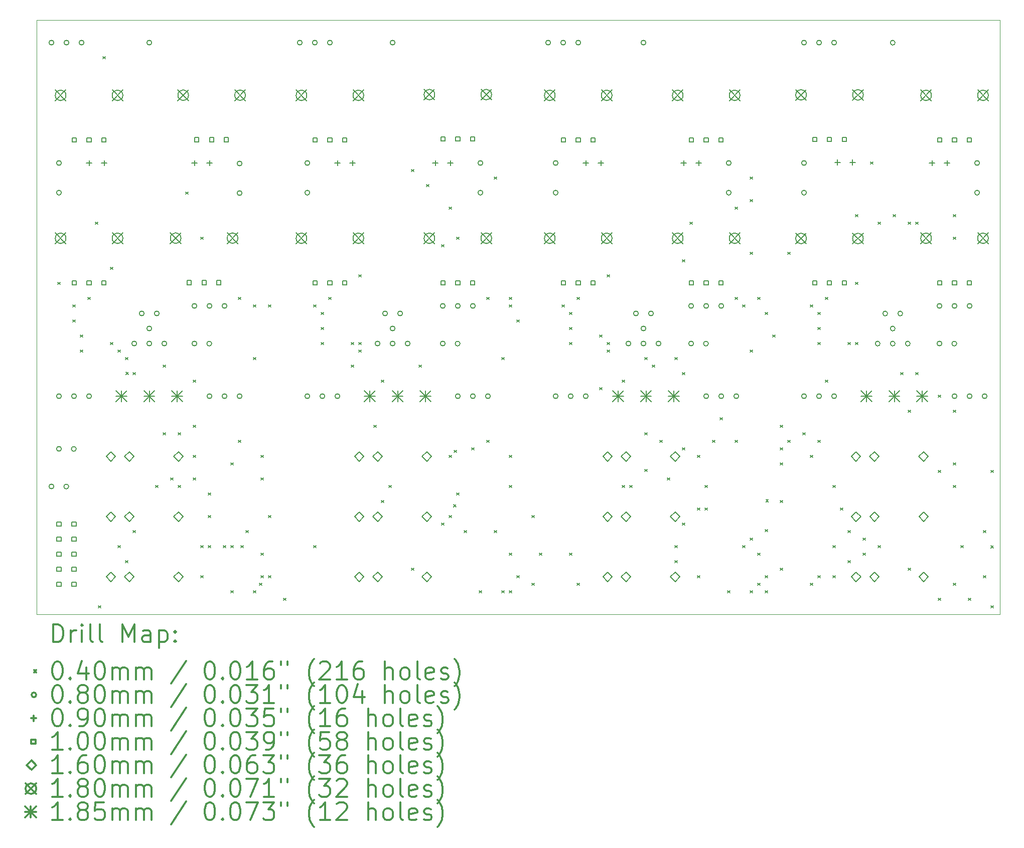
<source format=gbr>
%FSLAX45Y45*%
G04 Gerber Fmt 4.5, Leading zero omitted, Abs format (unit mm)*
G04 Created by KiCad (PCBNEW (5.1.6-0-10_14)) date 2022-01-01 22:05:40*
%MOMM*%
%LPD*%
G01*
G04 APERTURE LIST*
%TA.AperFunction,Profile*%
%ADD10C,0.050000*%
%TD*%
%ADD11C,0.200000*%
%ADD12C,0.300000*%
G04 APERTURE END LIST*
D10*
X6604000Y-14478000D02*
X22860000Y-14478000D01*
X6604000Y-4445000D02*
X6604000Y-14478000D01*
X22860000Y-4445000D02*
X6604000Y-4445000D01*
X22860000Y-14478000D02*
X22860000Y-4445000D01*
D11*
X6965000Y-8870000D02*
X7005000Y-8910000D01*
X7005000Y-8870000D02*
X6965000Y-8910000D01*
X7219000Y-9251000D02*
X7259000Y-9291000D01*
X7259000Y-9251000D02*
X7219000Y-9291000D01*
X7219000Y-9505000D02*
X7259000Y-9545000D01*
X7259000Y-9505000D02*
X7219000Y-9545000D01*
X7346000Y-9759000D02*
X7386000Y-9799000D01*
X7386000Y-9759000D02*
X7346000Y-9799000D01*
X7346000Y-10013000D02*
X7386000Y-10053000D01*
X7386000Y-10013000D02*
X7346000Y-10053000D01*
X7473000Y-9124000D02*
X7513000Y-9164000D01*
X7513000Y-9124000D02*
X7473000Y-9164000D01*
X7600000Y-7854000D02*
X7640000Y-7894000D01*
X7640000Y-7854000D02*
X7600000Y-7894000D01*
X7648250Y-14331000D02*
X7688250Y-14371000D01*
X7688250Y-14331000D02*
X7648250Y-14371000D01*
X7727000Y-5060000D02*
X7767000Y-5100000D01*
X7767000Y-5060000D02*
X7727000Y-5100000D01*
X7854000Y-8616000D02*
X7894000Y-8656000D01*
X7894000Y-8616000D02*
X7854000Y-8656000D01*
X7854000Y-9886000D02*
X7894000Y-9926000D01*
X7894000Y-9886000D02*
X7854000Y-9926000D01*
X7981000Y-10013000D02*
X8021000Y-10053000D01*
X8021000Y-10013000D02*
X7981000Y-10053000D01*
X7981000Y-13315000D02*
X8021000Y-13355000D01*
X8021000Y-13315000D02*
X7981000Y-13355000D01*
X8108000Y-10140000D02*
X8148000Y-10180000D01*
X8148000Y-10140000D02*
X8108000Y-10180000D01*
X8108000Y-13569000D02*
X8148000Y-13609000D01*
X8148000Y-13569000D02*
X8108000Y-13609000D01*
X8114740Y-10387260D02*
X8154740Y-10427260D01*
X8154740Y-10387260D02*
X8114740Y-10427260D01*
X8235000Y-10394000D02*
X8275000Y-10434000D01*
X8275000Y-10394000D02*
X8235000Y-10434000D01*
X8235000Y-13061000D02*
X8275000Y-13101000D01*
X8275000Y-13061000D02*
X8235000Y-13101000D01*
X8616000Y-12299000D02*
X8656000Y-12339000D01*
X8656000Y-12299000D02*
X8616000Y-12339000D01*
X8743000Y-10267000D02*
X8783000Y-10307000D01*
X8783000Y-10267000D02*
X8743000Y-10307000D01*
X8743000Y-11410000D02*
X8783000Y-11450000D01*
X8783000Y-11410000D02*
X8743000Y-11450000D01*
X8870000Y-12172000D02*
X8910000Y-12212000D01*
X8910000Y-12172000D02*
X8870000Y-12212000D01*
X8997000Y-11410000D02*
X9037000Y-11450000D01*
X9037000Y-11410000D02*
X8997000Y-11450000D01*
X8997000Y-12299000D02*
X9037000Y-12339000D01*
X9037000Y-12299000D02*
X8997000Y-12339000D01*
X9124000Y-7346000D02*
X9164000Y-7386000D01*
X9164000Y-7346000D02*
X9124000Y-7386000D01*
X9251000Y-10521000D02*
X9291000Y-10561000D01*
X9291000Y-10521000D02*
X9251000Y-10561000D01*
X9251000Y-11283000D02*
X9291000Y-11323000D01*
X9291000Y-11283000D02*
X9251000Y-11323000D01*
X9251000Y-11791000D02*
X9291000Y-11831000D01*
X9291000Y-11791000D02*
X9251000Y-11831000D01*
X9251000Y-12172000D02*
X9291000Y-12212000D01*
X9291000Y-12172000D02*
X9251000Y-12212000D01*
X9378000Y-8108000D02*
X9418000Y-8148000D01*
X9418000Y-8108000D02*
X9378000Y-8148000D01*
X9378000Y-13315000D02*
X9418000Y-13355000D01*
X9418000Y-13315000D02*
X9378000Y-13355000D01*
X9378000Y-13823000D02*
X9418000Y-13863000D01*
X9418000Y-13823000D02*
X9378000Y-13863000D01*
X9505000Y-12426000D02*
X9545000Y-12466000D01*
X9545000Y-12426000D02*
X9505000Y-12466000D01*
X9505000Y-12807000D02*
X9545000Y-12847000D01*
X9545000Y-12807000D02*
X9505000Y-12847000D01*
X9505000Y-13315000D02*
X9545000Y-13355000D01*
X9545000Y-13315000D02*
X9505000Y-13355000D01*
X9759000Y-13315000D02*
X9799000Y-13355000D01*
X9799000Y-13315000D02*
X9759000Y-13355000D01*
X9886000Y-11918000D02*
X9926000Y-11958000D01*
X9926000Y-11918000D02*
X9886000Y-11958000D01*
X9886000Y-13315000D02*
X9926000Y-13355000D01*
X9926000Y-13315000D02*
X9886000Y-13355000D01*
X9886000Y-14077000D02*
X9926000Y-14117000D01*
X9926000Y-14077000D02*
X9886000Y-14117000D01*
X10013000Y-9124000D02*
X10053000Y-9164000D01*
X10053000Y-9124000D02*
X10013000Y-9164000D01*
X10013000Y-11537000D02*
X10053000Y-11577000D01*
X10053000Y-11537000D02*
X10013000Y-11577000D01*
X10057499Y-13315000D02*
X10097499Y-13355000D01*
X10097499Y-13315000D02*
X10057499Y-13355000D01*
X10140000Y-13061000D02*
X10180000Y-13101000D01*
X10180000Y-13061000D02*
X10140000Y-13101000D01*
X10267000Y-9251000D02*
X10307000Y-9291000D01*
X10307000Y-9251000D02*
X10267000Y-9291000D01*
X10267000Y-10140000D02*
X10307000Y-10180000D01*
X10307000Y-10140000D02*
X10267000Y-10180000D01*
X10267000Y-14077000D02*
X10307000Y-14117000D01*
X10307000Y-14077000D02*
X10267000Y-14117000D01*
X10369750Y-13950000D02*
X10409750Y-13990000D01*
X10409750Y-13950000D02*
X10369750Y-13990000D01*
X10394000Y-11791000D02*
X10434000Y-11831000D01*
X10434000Y-11791000D02*
X10394000Y-11831000D01*
X10394000Y-12172000D02*
X10434000Y-12212000D01*
X10434000Y-12172000D02*
X10394000Y-12212000D01*
X10394000Y-13442000D02*
X10434000Y-13482000D01*
X10434000Y-13442000D02*
X10394000Y-13482000D01*
X10394000Y-13823000D02*
X10434000Y-13863000D01*
X10434000Y-13823000D02*
X10394000Y-13863000D01*
X10521000Y-9251000D02*
X10561000Y-9291000D01*
X10561000Y-9251000D02*
X10521000Y-9291000D01*
X10521000Y-12807000D02*
X10561000Y-12847000D01*
X10561000Y-12807000D02*
X10521000Y-12847000D01*
X10521000Y-13823000D02*
X10561000Y-13863000D01*
X10561000Y-13823000D02*
X10521000Y-13863000D01*
X10775000Y-14204000D02*
X10815000Y-14244000D01*
X10815000Y-14204000D02*
X10775000Y-14244000D01*
X11283000Y-9251000D02*
X11323000Y-9291000D01*
X11323000Y-9251000D02*
X11283000Y-9291000D01*
X11283000Y-13315000D02*
X11323000Y-13355000D01*
X11323000Y-13315000D02*
X11283000Y-13355000D01*
X11410000Y-9378000D02*
X11450000Y-9418000D01*
X11450000Y-9378000D02*
X11410000Y-9418000D01*
X11410000Y-9632000D02*
X11450000Y-9672000D01*
X11450000Y-9632000D02*
X11410000Y-9672000D01*
X11410000Y-9886000D02*
X11450000Y-9926000D01*
X11450000Y-9886000D02*
X11410000Y-9926000D01*
X11537000Y-9124000D02*
X11577000Y-9164000D01*
X11577000Y-9124000D02*
X11537000Y-9164000D01*
X11918000Y-9886000D02*
X11958000Y-9926000D01*
X11958000Y-9886000D02*
X11918000Y-9926000D01*
X11918000Y-10267000D02*
X11958000Y-10307000D01*
X11958000Y-10267000D02*
X11918000Y-10307000D01*
X12045000Y-8743000D02*
X12085000Y-8783000D01*
X12085000Y-8743000D02*
X12045000Y-8783000D01*
X12045000Y-9886000D02*
X12085000Y-9926000D01*
X12085000Y-9886000D02*
X12045000Y-9926000D01*
X12045000Y-10013000D02*
X12085000Y-10053000D01*
X12085000Y-10013000D02*
X12045000Y-10053000D01*
X12299000Y-11283000D02*
X12339000Y-11323000D01*
X12339000Y-11283000D02*
X12299000Y-11323000D01*
X12426000Y-10521000D02*
X12466000Y-10561000D01*
X12466000Y-10521000D02*
X12426000Y-10561000D01*
X12426000Y-12553000D02*
X12466000Y-12593000D01*
X12466000Y-12553000D02*
X12426000Y-12593000D01*
X12553000Y-12299000D02*
X12593000Y-12339000D01*
X12593000Y-12299000D02*
X12553000Y-12339000D01*
X12934000Y-6965000D02*
X12974000Y-7005000D01*
X12974000Y-6965000D02*
X12934000Y-7005000D01*
X12934000Y-13696000D02*
X12974000Y-13736000D01*
X12974000Y-13696000D02*
X12934000Y-13736000D01*
X13061000Y-10267000D02*
X13101000Y-10307000D01*
X13101000Y-10267000D02*
X13061000Y-10307000D01*
X13188000Y-7219000D02*
X13228000Y-7259000D01*
X13228000Y-7219000D02*
X13188000Y-7259000D01*
X13442000Y-8235000D02*
X13482000Y-8275000D01*
X13482000Y-8235000D02*
X13442000Y-8275000D01*
X13442000Y-12934000D02*
X13482000Y-12974000D01*
X13482000Y-12934000D02*
X13442000Y-12974000D01*
X13569000Y-7600000D02*
X13609000Y-7640000D01*
X13609000Y-7600000D02*
X13569000Y-7640000D01*
X13569000Y-11791000D02*
X13609000Y-11831000D01*
X13609000Y-11791000D02*
X13569000Y-11831000D01*
X13569000Y-12807000D02*
X13609000Y-12847000D01*
X13609000Y-12807000D02*
X13569000Y-12847000D01*
X13647976Y-12625493D02*
X13687976Y-12665493D01*
X13687976Y-12625493D02*
X13647976Y-12665493D01*
X13654001Y-11705999D02*
X13694001Y-11745999D01*
X13694001Y-11705999D02*
X13654001Y-11745999D01*
X13696000Y-8108000D02*
X13736000Y-8148000D01*
X13736000Y-8108000D02*
X13696000Y-8148000D01*
X13696000Y-12426000D02*
X13736000Y-12466000D01*
X13736000Y-12426000D02*
X13696000Y-12466000D01*
X13823000Y-13061000D02*
X13863000Y-13101000D01*
X13863000Y-13061000D02*
X13823000Y-13101000D01*
X13950000Y-11664000D02*
X13990000Y-11704000D01*
X13990000Y-11664000D02*
X13950000Y-11704000D01*
X14077000Y-14077000D02*
X14117000Y-14117000D01*
X14117000Y-14077000D02*
X14077000Y-14117000D01*
X14204000Y-9124000D02*
X14244000Y-9164000D01*
X14244000Y-9124000D02*
X14204000Y-9164000D01*
X14204000Y-11537000D02*
X14244000Y-11577000D01*
X14244000Y-11537000D02*
X14204000Y-11577000D01*
X14331000Y-7092000D02*
X14371000Y-7132000D01*
X14371000Y-7092000D02*
X14331000Y-7132000D01*
X14331000Y-13061000D02*
X14371000Y-13101000D01*
X14371000Y-13061000D02*
X14331000Y-13101000D01*
X14458000Y-10140000D02*
X14498000Y-10180000D01*
X14498000Y-10140000D02*
X14458000Y-10180000D01*
X14458000Y-14077000D02*
X14498000Y-14117000D01*
X14498000Y-14077000D02*
X14458000Y-14117000D01*
X14585000Y-9124000D02*
X14625000Y-9164000D01*
X14625000Y-9124000D02*
X14585000Y-9164000D01*
X14585000Y-9251000D02*
X14625000Y-9291000D01*
X14625000Y-9251000D02*
X14585000Y-9291000D01*
X14585000Y-11791000D02*
X14625000Y-11831000D01*
X14625000Y-11791000D02*
X14585000Y-11831000D01*
X14585000Y-12299000D02*
X14625000Y-12339000D01*
X14625000Y-12299000D02*
X14585000Y-12339000D01*
X14585000Y-13442000D02*
X14625000Y-13482000D01*
X14625000Y-13442000D02*
X14585000Y-13482000D01*
X14585000Y-14077000D02*
X14625000Y-14117000D01*
X14625000Y-14077000D02*
X14585000Y-14117000D01*
X14712000Y-9505000D02*
X14752000Y-9545000D01*
X14752000Y-9505000D02*
X14712000Y-9545000D01*
X14712000Y-13823000D02*
X14752000Y-13863000D01*
X14752000Y-13823000D02*
X14712000Y-13863000D01*
X14966000Y-12807000D02*
X15006000Y-12847000D01*
X15006000Y-12807000D02*
X14966000Y-12847000D01*
X14966000Y-13950000D02*
X15006000Y-13990000D01*
X15006000Y-13950000D02*
X14966000Y-13990000D01*
X15093000Y-13442000D02*
X15133000Y-13482000D01*
X15133000Y-13442000D02*
X15093000Y-13482000D01*
X15474000Y-9251000D02*
X15514000Y-9291000D01*
X15514000Y-9251000D02*
X15474000Y-9291000D01*
X15601000Y-9378000D02*
X15641000Y-9418000D01*
X15641000Y-9378000D02*
X15601000Y-9418000D01*
X15601000Y-9632000D02*
X15641000Y-9672000D01*
X15641000Y-9632000D02*
X15601000Y-9672000D01*
X15601000Y-9886000D02*
X15641000Y-9926000D01*
X15641000Y-9886000D02*
X15601000Y-9926000D01*
X15601000Y-13442000D02*
X15641000Y-13482000D01*
X15641000Y-13442000D02*
X15601000Y-13482000D01*
X15728000Y-9124000D02*
X15768000Y-9164000D01*
X15768000Y-9124000D02*
X15728000Y-9164000D01*
X15728000Y-13950000D02*
X15768000Y-13990000D01*
X15768000Y-13950000D02*
X15728000Y-13990000D01*
X16109000Y-9759000D02*
X16149000Y-9799000D01*
X16149000Y-9759000D02*
X16109000Y-9799000D01*
X16109000Y-10648000D02*
X16149000Y-10688000D01*
X16149000Y-10648000D02*
X16109000Y-10688000D01*
X16236000Y-8743000D02*
X16276000Y-8783000D01*
X16276000Y-8743000D02*
X16236000Y-8783000D01*
X16236000Y-9886000D02*
X16276000Y-9926000D01*
X16276000Y-9886000D02*
X16236000Y-9926000D01*
X16236000Y-10013000D02*
X16276000Y-10053000D01*
X16276000Y-10013000D02*
X16236000Y-10053000D01*
X16490000Y-10521000D02*
X16530000Y-10561000D01*
X16530000Y-10521000D02*
X16490000Y-10561000D01*
X16490000Y-12299000D02*
X16530000Y-12339000D01*
X16530000Y-12299000D02*
X16490000Y-12339000D01*
X16617000Y-12299000D02*
X16657000Y-12339000D01*
X16657000Y-12299000D02*
X16617000Y-12339000D01*
X16871000Y-10140000D02*
X16911000Y-10180000D01*
X16911000Y-10140000D02*
X16871000Y-10180000D01*
X16871000Y-11410000D02*
X16911000Y-11450000D01*
X16911000Y-11410000D02*
X16871000Y-11450000D01*
X16871000Y-12027000D02*
X16911000Y-12067000D01*
X16911000Y-12027000D02*
X16871000Y-12067000D01*
X16998000Y-10267000D02*
X17038000Y-10307000D01*
X17038000Y-10267000D02*
X16998000Y-10307000D01*
X17125000Y-11537000D02*
X17165000Y-11577000D01*
X17165000Y-11537000D02*
X17125000Y-11577000D01*
X17252000Y-12172000D02*
X17292000Y-12212000D01*
X17292000Y-12172000D02*
X17252000Y-12212000D01*
X17379000Y-10140000D02*
X17419000Y-10180000D01*
X17419000Y-10140000D02*
X17379000Y-10180000D01*
X17379000Y-13315000D02*
X17419000Y-13355000D01*
X17419000Y-13315000D02*
X17379000Y-13355000D01*
X17379000Y-13569000D02*
X17419000Y-13609000D01*
X17419000Y-13569000D02*
X17379000Y-13609000D01*
X17506000Y-8489000D02*
X17546000Y-8529000D01*
X17546000Y-8489000D02*
X17506000Y-8529000D01*
X17506000Y-10394000D02*
X17546000Y-10434000D01*
X17546000Y-10394000D02*
X17506000Y-10434000D01*
X17506000Y-11664000D02*
X17546000Y-11704000D01*
X17546000Y-11664000D02*
X17506000Y-11704000D01*
X17506000Y-12934000D02*
X17546000Y-12974000D01*
X17546000Y-12934000D02*
X17506000Y-12974000D01*
X17633000Y-7854000D02*
X17673000Y-7894000D01*
X17673000Y-7854000D02*
X17633000Y-7894000D01*
X17760000Y-11791000D02*
X17800000Y-11831000D01*
X17800000Y-11791000D02*
X17760000Y-11831000D01*
X17760000Y-12680000D02*
X17800000Y-12720000D01*
X17800000Y-12680000D02*
X17760000Y-12720000D01*
X17760000Y-13823000D02*
X17800000Y-13863000D01*
X17800000Y-13823000D02*
X17760000Y-13863000D01*
X17887000Y-12299000D02*
X17927000Y-12339000D01*
X17927000Y-12299000D02*
X17887000Y-12339000D01*
X17887000Y-12680000D02*
X17927000Y-12720000D01*
X17927000Y-12680000D02*
X17887000Y-12720000D01*
X18014000Y-11537000D02*
X18054000Y-11577000D01*
X18054000Y-11537000D02*
X18014000Y-11577000D01*
X18141000Y-11156000D02*
X18181000Y-11196000D01*
X18181000Y-11156000D02*
X18141000Y-11196000D01*
X18268000Y-14077000D02*
X18308000Y-14117000D01*
X18308000Y-14077000D02*
X18268000Y-14117000D01*
X18395000Y-7600000D02*
X18435000Y-7640000D01*
X18435000Y-7600000D02*
X18395000Y-7640000D01*
X18395000Y-9124000D02*
X18435000Y-9164000D01*
X18435000Y-9124000D02*
X18395000Y-9164000D01*
X18395000Y-11537000D02*
X18435000Y-11577000D01*
X18435000Y-11537000D02*
X18395000Y-11577000D01*
X18522000Y-9251000D02*
X18562000Y-9291000D01*
X18562000Y-9251000D02*
X18522000Y-9291000D01*
X18522000Y-13315000D02*
X18562000Y-13355000D01*
X18562000Y-13315000D02*
X18522000Y-13355000D01*
X18649000Y-7092000D02*
X18689000Y-7132000D01*
X18689000Y-7092000D02*
X18649000Y-7132000D01*
X18649000Y-7473000D02*
X18689000Y-7513000D01*
X18689000Y-7473000D02*
X18649000Y-7513000D01*
X18649000Y-8362000D02*
X18689000Y-8402000D01*
X18689000Y-8362000D02*
X18649000Y-8402000D01*
X18649000Y-10013000D02*
X18689000Y-10053000D01*
X18689000Y-10013000D02*
X18649000Y-10053000D01*
X18649000Y-13188000D02*
X18689000Y-13228000D01*
X18689000Y-13188000D02*
X18649000Y-13228000D01*
X18649000Y-14077000D02*
X18689000Y-14117000D01*
X18689000Y-14077000D02*
X18649000Y-14117000D01*
X18776000Y-9124000D02*
X18816000Y-9164000D01*
X18816000Y-9124000D02*
X18776000Y-9164000D01*
X18776000Y-13442000D02*
X18816000Y-13482000D01*
X18816000Y-13442000D02*
X18776000Y-13482000D01*
X18776000Y-13950000D02*
X18816000Y-13990000D01*
X18816000Y-13950000D02*
X18776000Y-13990000D01*
X18903000Y-9378000D02*
X18943000Y-9418000D01*
X18943000Y-9378000D02*
X18903000Y-9418000D01*
X18903000Y-13043000D02*
X18943000Y-13083000D01*
X18943000Y-13043000D02*
X18903000Y-13083000D01*
X18903000Y-13823000D02*
X18943000Y-13863000D01*
X18943000Y-13823000D02*
X18903000Y-13863000D01*
X18903000Y-14077000D02*
X18943000Y-14117000D01*
X18943000Y-14077000D02*
X18903000Y-14117000D01*
X18914890Y-12541110D02*
X18954890Y-12581110D01*
X18954890Y-12541110D02*
X18914890Y-12581110D01*
X19030000Y-9759000D02*
X19070000Y-9799000D01*
X19070000Y-9759000D02*
X19030000Y-9799000D01*
X19157000Y-11283000D02*
X19197000Y-11323000D01*
X19197000Y-11283000D02*
X19157000Y-11323000D01*
X19157000Y-11664000D02*
X19197000Y-11704000D01*
X19197000Y-11664000D02*
X19157000Y-11704000D01*
X19157000Y-11918000D02*
X19197000Y-11958000D01*
X19197000Y-11918000D02*
X19157000Y-11958000D01*
X19157000Y-12553000D02*
X19197000Y-12593000D01*
X19197000Y-12553000D02*
X19157000Y-12593000D01*
X19157000Y-13696000D02*
X19197000Y-13736000D01*
X19197000Y-13696000D02*
X19157000Y-13736000D01*
X19284000Y-8362000D02*
X19324000Y-8402000D01*
X19324000Y-8362000D02*
X19284000Y-8402000D01*
X19284000Y-11537000D02*
X19324000Y-11577000D01*
X19324000Y-11537000D02*
X19284000Y-11577000D01*
X19538000Y-11410000D02*
X19578000Y-11450000D01*
X19578000Y-11410000D02*
X19538000Y-11450000D01*
X19665000Y-9251000D02*
X19705000Y-9291000D01*
X19705000Y-9251000D02*
X19665000Y-9291000D01*
X19665000Y-11791000D02*
X19705000Y-11831000D01*
X19705000Y-11791000D02*
X19665000Y-11831000D01*
X19665000Y-13950000D02*
X19705000Y-13990000D01*
X19705000Y-13950000D02*
X19665000Y-13990000D01*
X19792000Y-9378000D02*
X19832000Y-9418000D01*
X19832000Y-9378000D02*
X19792000Y-9418000D01*
X19792000Y-9632000D02*
X19832000Y-9672000D01*
X19832000Y-9632000D02*
X19792000Y-9672000D01*
X19792000Y-9886000D02*
X19832000Y-9926000D01*
X19832000Y-9886000D02*
X19792000Y-9926000D01*
X19792000Y-11537000D02*
X19832000Y-11577000D01*
X19832000Y-11537000D02*
X19792000Y-11577000D01*
X19792000Y-13823000D02*
X19832000Y-13863000D01*
X19832000Y-13823000D02*
X19792000Y-13863000D01*
X19919000Y-9124000D02*
X19959000Y-9164000D01*
X19959000Y-9124000D02*
X19919000Y-9164000D01*
X19919000Y-10521000D02*
X19959000Y-10561000D01*
X19959000Y-10521000D02*
X19919000Y-10561000D01*
X20046000Y-12299000D02*
X20086000Y-12339000D01*
X20086000Y-12299000D02*
X20046000Y-12339000D01*
X20046000Y-13315000D02*
X20086000Y-13355000D01*
X20086000Y-13315000D02*
X20046000Y-13355000D01*
X20046000Y-13823000D02*
X20086000Y-13863000D01*
X20086000Y-13823000D02*
X20046000Y-13863000D01*
X20173000Y-12680000D02*
X20213000Y-12720000D01*
X20213000Y-12680000D02*
X20173000Y-12720000D01*
X20300000Y-9886000D02*
X20340000Y-9926000D01*
X20340000Y-9886000D02*
X20300000Y-9926000D01*
X20300000Y-13061000D02*
X20340000Y-13101000D01*
X20340000Y-13061000D02*
X20300000Y-13101000D01*
X20300000Y-13569000D02*
X20340000Y-13609000D01*
X20340000Y-13569000D02*
X20300000Y-13609000D01*
X20427000Y-7727000D02*
X20467000Y-7767000D01*
X20467000Y-7727000D02*
X20427000Y-7767000D01*
X20427000Y-8870000D02*
X20467000Y-8910000D01*
X20467000Y-8870000D02*
X20427000Y-8910000D01*
X20427000Y-9886000D02*
X20467000Y-9926000D01*
X20467000Y-9886000D02*
X20427000Y-9926000D01*
X20554000Y-13188000D02*
X20594000Y-13228000D01*
X20594000Y-13188000D02*
X20554000Y-13228000D01*
X20554000Y-13442000D02*
X20594000Y-13482000D01*
X20594000Y-13442000D02*
X20554000Y-13482000D01*
X20681000Y-6838000D02*
X20721000Y-6878000D01*
X20721000Y-6838000D02*
X20681000Y-6878000D01*
X20808000Y-7854000D02*
X20848000Y-7894000D01*
X20848000Y-7854000D02*
X20808000Y-7894000D01*
X20808000Y-13315000D02*
X20848000Y-13355000D01*
X20848000Y-13315000D02*
X20808000Y-13355000D01*
X21062000Y-7727000D02*
X21102000Y-7767000D01*
X21102000Y-7727000D02*
X21062000Y-7767000D01*
X21189000Y-10394000D02*
X21229000Y-10434000D01*
X21229000Y-10394000D02*
X21189000Y-10434000D01*
X21316000Y-7854000D02*
X21356000Y-7894000D01*
X21356000Y-7854000D02*
X21316000Y-7894000D01*
X21316000Y-11029000D02*
X21356000Y-11069000D01*
X21356000Y-11029000D02*
X21316000Y-11069000D01*
X21316000Y-13696000D02*
X21356000Y-13736000D01*
X21356000Y-13696000D02*
X21316000Y-13736000D01*
X21443000Y-7854000D02*
X21483000Y-7894000D01*
X21483000Y-7854000D02*
X21443000Y-7894000D01*
X21443000Y-10394000D02*
X21483000Y-10434000D01*
X21483000Y-10394000D02*
X21443000Y-10434000D01*
X21824000Y-10775000D02*
X21864000Y-10815000D01*
X21864000Y-10775000D02*
X21824000Y-10815000D01*
X21824000Y-12045000D02*
X21864000Y-12085000D01*
X21864000Y-12045000D02*
X21824000Y-12085000D01*
X21824000Y-14204000D02*
X21864000Y-14244000D01*
X21864000Y-14204000D02*
X21824000Y-14244000D01*
X22078000Y-7727000D02*
X22118000Y-7767000D01*
X22118000Y-7727000D02*
X22078000Y-7767000D01*
X22078000Y-8108000D02*
X22118000Y-8148000D01*
X22118000Y-8108000D02*
X22078000Y-8148000D01*
X22078000Y-11029000D02*
X22118000Y-11069000D01*
X22118000Y-11029000D02*
X22078000Y-11069000D01*
X22078000Y-11918000D02*
X22118000Y-11958000D01*
X22118000Y-11918000D02*
X22078000Y-11958000D01*
X22078000Y-12299000D02*
X22118000Y-12339000D01*
X22118000Y-12299000D02*
X22078000Y-12339000D01*
X22078000Y-13950000D02*
X22118000Y-13990000D01*
X22118000Y-13950000D02*
X22078000Y-13990000D01*
X22205000Y-13315000D02*
X22245000Y-13355000D01*
X22245000Y-13315000D02*
X22205000Y-13355000D01*
X22332000Y-14204000D02*
X22372000Y-14244000D01*
X22372000Y-14204000D02*
X22332000Y-14244000D01*
X22586000Y-13061000D02*
X22626000Y-13101000D01*
X22626000Y-13061000D02*
X22586000Y-13101000D01*
X22586000Y-13823000D02*
X22626000Y-13863000D01*
X22626000Y-13823000D02*
X22586000Y-13863000D01*
X22713000Y-12045000D02*
X22753000Y-12085000D01*
X22753000Y-12045000D02*
X22713000Y-12085000D01*
X22713000Y-14331000D02*
X22753000Y-14371000D01*
X22753000Y-14331000D02*
X22713000Y-14371000D01*
X22714470Y-13316560D02*
X22754470Y-13356560D01*
X22754470Y-13316560D02*
X22714470Y-13356560D01*
X19598000Y-6858000D02*
G75*
G03*
X19598000Y-6858000I-40000J0D01*
G01*
X19598000Y-7358000D02*
G75*
G03*
X19598000Y-7358000I-40000J0D01*
G01*
X21884000Y-9906000D02*
G75*
G03*
X21884000Y-9906000I-40000J0D01*
G01*
X22134000Y-9906000D02*
G75*
G03*
X22134000Y-9906000I-40000J0D01*
G01*
X13756000Y-10795000D02*
G75*
G03*
X13756000Y-10795000I-40000J0D01*
G01*
X14010000Y-10795000D02*
G75*
G03*
X14010000Y-10795000I-40000J0D01*
G01*
X14264000Y-10795000D02*
G75*
G03*
X14264000Y-10795000I-40000J0D01*
G01*
X17693000Y-9271000D02*
G75*
G03*
X17693000Y-9271000I-40000J0D01*
G01*
X17947000Y-9271000D02*
G75*
G03*
X17947000Y-9271000I-40000J0D01*
G01*
X18201000Y-9271000D02*
G75*
G03*
X18201000Y-9271000I-40000J0D01*
G01*
X7025000Y-10795000D02*
G75*
G03*
X7025000Y-10795000I-40000J0D01*
G01*
X7279000Y-10795000D02*
G75*
G03*
X7279000Y-10795000I-40000J0D01*
G01*
X7533000Y-10795000D02*
G75*
G03*
X7533000Y-10795000I-40000J0D01*
G01*
X7025000Y-11684000D02*
G75*
G03*
X7025000Y-11684000I-40000J0D01*
G01*
X7275000Y-11684000D02*
G75*
G03*
X7275000Y-11684000I-40000J0D01*
G01*
X19598000Y-10795000D02*
G75*
G03*
X19598000Y-10795000I-40000J0D01*
G01*
X19852000Y-10795000D02*
G75*
G03*
X19852000Y-10795000I-40000J0D01*
G01*
X20106000Y-10795000D02*
G75*
G03*
X20106000Y-10795000I-40000J0D01*
G01*
X17693000Y-9906000D02*
G75*
G03*
X17693000Y-9906000I-40000J0D01*
G01*
X17943000Y-9906000D02*
G75*
G03*
X17943000Y-9906000I-40000J0D01*
G01*
X11089000Y-4826000D02*
G75*
G03*
X11089000Y-4826000I-40000J0D01*
G01*
X11343000Y-4826000D02*
G75*
G03*
X11343000Y-4826000I-40000J0D01*
G01*
X11597000Y-4826000D02*
G75*
G03*
X11597000Y-4826000I-40000J0D01*
G01*
X6898000Y-12319000D02*
G75*
G03*
X6898000Y-12319000I-40000J0D01*
G01*
X7148000Y-12319000D02*
G75*
G03*
X7148000Y-12319000I-40000J0D01*
G01*
X13502000Y-9906000D02*
G75*
G03*
X13502000Y-9906000I-40000J0D01*
G01*
X13752000Y-9906000D02*
G75*
G03*
X13752000Y-9906000I-40000J0D01*
G01*
X15280000Y-4826000D02*
G75*
G03*
X15280000Y-4826000I-40000J0D01*
G01*
X15534000Y-4826000D02*
G75*
G03*
X15534000Y-4826000I-40000J0D01*
G01*
X15788000Y-4826000D02*
G75*
G03*
X15788000Y-4826000I-40000J0D01*
G01*
X22519000Y-6858000D02*
G75*
G03*
X22519000Y-6858000I-40000J0D01*
G01*
X22519000Y-7358000D02*
G75*
G03*
X22519000Y-7358000I-40000J0D01*
G01*
X12401333Y-9906000D02*
G75*
G03*
X12401333Y-9906000I-40000J0D01*
G01*
X12528333Y-9398000D02*
G75*
G03*
X12528333Y-9398000I-40000J0D01*
G01*
X12655333Y-4826000D02*
G75*
G03*
X12655333Y-4826000I-40000J0D01*
G01*
X12655333Y-9652000D02*
G75*
G03*
X12655333Y-9652000I-40000J0D01*
G01*
X12655333Y-9906000D02*
G75*
G03*
X12655333Y-9906000I-40000J0D01*
G01*
X12782333Y-9398000D02*
G75*
G03*
X12782333Y-9398000I-40000J0D01*
G01*
X12909333Y-9906000D02*
G75*
G03*
X12909333Y-9906000I-40000J0D01*
G01*
X17947000Y-10795000D02*
G75*
G03*
X17947000Y-10795000I-40000J0D01*
G01*
X18201000Y-10795000D02*
G75*
G03*
X18201000Y-10795000I-40000J0D01*
G01*
X18455000Y-10795000D02*
G75*
G03*
X18455000Y-10795000I-40000J0D01*
G01*
X9311000Y-9906000D02*
G75*
G03*
X9311000Y-9906000I-40000J0D01*
G01*
X9561000Y-9906000D02*
G75*
G03*
X9561000Y-9906000I-40000J0D01*
G01*
X20841000Y-9906000D02*
G75*
G03*
X20841000Y-9906000I-40000J0D01*
G01*
X20968000Y-9398000D02*
G75*
G03*
X20968000Y-9398000I-40000J0D01*
G01*
X21095000Y-4826000D02*
G75*
G03*
X21095000Y-4826000I-40000J0D01*
G01*
X21095000Y-9652000D02*
G75*
G03*
X21095000Y-9652000I-40000J0D01*
G01*
X21095000Y-9906000D02*
G75*
G03*
X21095000Y-9906000I-40000J0D01*
G01*
X21222000Y-9398000D02*
G75*
G03*
X21222000Y-9398000I-40000J0D01*
G01*
X21349000Y-9906000D02*
G75*
G03*
X21349000Y-9906000I-40000J0D01*
G01*
X21884000Y-9271000D02*
G75*
G03*
X21884000Y-9271000I-40000J0D01*
G01*
X22138000Y-9271000D02*
G75*
G03*
X22138000Y-9271000I-40000J0D01*
G01*
X22392000Y-9271000D02*
G75*
G03*
X22392000Y-9271000I-40000J0D01*
G01*
X9311000Y-9271000D02*
G75*
G03*
X9311000Y-9271000I-40000J0D01*
G01*
X9565000Y-9271000D02*
G75*
G03*
X9565000Y-9271000I-40000J0D01*
G01*
X9819000Y-9271000D02*
G75*
G03*
X9819000Y-9271000I-40000J0D01*
G01*
X11216000Y-6858000D02*
G75*
G03*
X11216000Y-6858000I-40000J0D01*
G01*
X11216000Y-7358000D02*
G75*
G03*
X11216000Y-7358000I-40000J0D01*
G01*
X7025000Y-6858000D02*
G75*
G03*
X7025000Y-6858000I-40000J0D01*
G01*
X7025000Y-7358000D02*
G75*
G03*
X7025000Y-7358000I-40000J0D01*
G01*
X22138000Y-10795000D02*
G75*
G03*
X22138000Y-10795000I-40000J0D01*
G01*
X22392000Y-10795000D02*
G75*
G03*
X22392000Y-10795000I-40000J0D01*
G01*
X22646000Y-10795000D02*
G75*
G03*
X22646000Y-10795000I-40000J0D01*
G01*
X11216000Y-10795000D02*
G75*
G03*
X11216000Y-10795000I-40000J0D01*
G01*
X11470000Y-10795000D02*
G75*
G03*
X11470000Y-10795000I-40000J0D01*
G01*
X11724000Y-10795000D02*
G75*
G03*
X11724000Y-10795000I-40000J0D01*
G01*
X19598000Y-4826000D02*
G75*
G03*
X19598000Y-4826000I-40000J0D01*
G01*
X19852000Y-4826000D02*
G75*
G03*
X19852000Y-4826000I-40000J0D01*
G01*
X20106000Y-4826000D02*
G75*
G03*
X20106000Y-4826000I-40000J0D01*
G01*
X15407000Y-6858000D02*
G75*
G03*
X15407000Y-6858000I-40000J0D01*
G01*
X15407000Y-7358000D02*
G75*
G03*
X15407000Y-7358000I-40000J0D01*
G01*
X16634667Y-9906000D02*
G75*
G03*
X16634667Y-9906000I-40000J0D01*
G01*
X16761667Y-9398000D02*
G75*
G03*
X16761667Y-9398000I-40000J0D01*
G01*
X16888667Y-4826000D02*
G75*
G03*
X16888667Y-4826000I-40000J0D01*
G01*
X16888667Y-9652000D02*
G75*
G03*
X16888667Y-9652000I-40000J0D01*
G01*
X16888667Y-9906000D02*
G75*
G03*
X16888667Y-9906000I-40000J0D01*
G01*
X17015667Y-9398000D02*
G75*
G03*
X17015667Y-9398000I-40000J0D01*
G01*
X17142667Y-9906000D02*
G75*
G03*
X17142667Y-9906000I-40000J0D01*
G01*
X14137000Y-6858000D02*
G75*
G03*
X14137000Y-6858000I-40000J0D01*
G01*
X14137000Y-7358000D02*
G75*
G03*
X14137000Y-7358000I-40000J0D01*
G01*
X10073000Y-6866000D02*
G75*
G03*
X10073000Y-6866000I-40000J0D01*
G01*
X10073000Y-7366000D02*
G75*
G03*
X10073000Y-7366000I-40000J0D01*
G01*
X9565000Y-10795000D02*
G75*
G03*
X9565000Y-10795000I-40000J0D01*
G01*
X9819000Y-10795000D02*
G75*
G03*
X9819000Y-10795000I-40000J0D01*
G01*
X10073000Y-10795000D02*
G75*
G03*
X10073000Y-10795000I-40000J0D01*
G01*
X13502000Y-9271000D02*
G75*
G03*
X13502000Y-9271000I-40000J0D01*
G01*
X13756000Y-9271000D02*
G75*
G03*
X13756000Y-9271000I-40000J0D01*
G01*
X14010000Y-9271000D02*
G75*
G03*
X14010000Y-9271000I-40000J0D01*
G01*
X18328000Y-6858000D02*
G75*
G03*
X18328000Y-6858000I-40000J0D01*
G01*
X18328000Y-7358000D02*
G75*
G03*
X18328000Y-7358000I-40000J0D01*
G01*
X15407000Y-10795000D02*
G75*
G03*
X15407000Y-10795000I-40000J0D01*
G01*
X15661000Y-10795000D02*
G75*
G03*
X15661000Y-10795000I-40000J0D01*
G01*
X15915000Y-10795000D02*
G75*
G03*
X15915000Y-10795000I-40000J0D01*
G01*
X6898000Y-4826000D02*
G75*
G03*
X6898000Y-4826000I-40000J0D01*
G01*
X7152000Y-4826000D02*
G75*
G03*
X7152000Y-4826000I-40000J0D01*
G01*
X7406000Y-4826000D02*
G75*
G03*
X7406000Y-4826000I-40000J0D01*
G01*
X8295000Y-9906000D02*
G75*
G03*
X8295000Y-9906000I-40000J0D01*
G01*
X8422000Y-9398000D02*
G75*
G03*
X8422000Y-9398000I-40000J0D01*
G01*
X8549000Y-4826000D02*
G75*
G03*
X8549000Y-4826000I-40000J0D01*
G01*
X8549000Y-9652000D02*
G75*
G03*
X8549000Y-9652000I-40000J0D01*
G01*
X8549000Y-9906000D02*
G75*
G03*
X8549000Y-9906000I-40000J0D01*
G01*
X8676000Y-9398000D02*
G75*
G03*
X8676000Y-9398000I-40000J0D01*
G01*
X8803000Y-9906000D02*
G75*
G03*
X8803000Y-9906000I-40000J0D01*
G01*
X7493000Y-6813000D02*
X7493000Y-6903000D01*
X7448000Y-6858000D02*
X7538000Y-6858000D01*
X7747000Y-6813000D02*
X7747000Y-6903000D01*
X7702000Y-6858000D02*
X7792000Y-6858000D01*
X20125000Y-6801000D02*
X20125000Y-6891000D01*
X20080000Y-6846000D02*
X20170000Y-6846000D01*
X20379000Y-6801000D02*
X20379000Y-6891000D01*
X20334000Y-6846000D02*
X20424000Y-6846000D01*
X11684000Y-6813000D02*
X11684000Y-6903000D01*
X11639000Y-6858000D02*
X11729000Y-6858000D01*
X11938000Y-6813000D02*
X11938000Y-6903000D01*
X11893000Y-6858000D02*
X11983000Y-6858000D01*
X15875000Y-6813000D02*
X15875000Y-6903000D01*
X15830000Y-6858000D02*
X15920000Y-6858000D01*
X16129000Y-6813000D02*
X16129000Y-6903000D01*
X16084000Y-6858000D02*
X16174000Y-6858000D01*
X13335000Y-6813000D02*
X13335000Y-6903000D01*
X13290000Y-6858000D02*
X13380000Y-6858000D01*
X13589000Y-6813000D02*
X13589000Y-6903000D01*
X13544000Y-6858000D02*
X13634000Y-6858000D01*
X9271000Y-6813000D02*
X9271000Y-6903000D01*
X9226000Y-6858000D02*
X9316000Y-6858000D01*
X9525000Y-6813000D02*
X9525000Y-6903000D01*
X9480000Y-6858000D02*
X9570000Y-6858000D01*
X21717000Y-6813000D02*
X21717000Y-6903000D01*
X21672000Y-6858000D02*
X21762000Y-6858000D01*
X21971000Y-6813000D02*
X21971000Y-6903000D01*
X21926000Y-6858000D02*
X22016000Y-6858000D01*
X17526000Y-6813000D02*
X17526000Y-6903000D01*
X17481000Y-6858000D02*
X17571000Y-6858000D01*
X17780000Y-6813000D02*
X17780000Y-6903000D01*
X17735000Y-6858000D02*
X17825000Y-6858000D01*
X11342356Y-8913356D02*
X11342356Y-8842644D01*
X11271644Y-8842644D01*
X11271644Y-8913356D01*
X11342356Y-8913356D01*
X11592356Y-8913356D02*
X11592356Y-8842644D01*
X11521644Y-8842644D01*
X11521644Y-8913356D01*
X11592356Y-8913356D01*
X11842356Y-8913356D02*
X11842356Y-8842644D01*
X11771644Y-8842644D01*
X11771644Y-8913356D01*
X11842356Y-8913356D01*
X19773356Y-8917356D02*
X19773356Y-8846644D01*
X19702644Y-8846644D01*
X19702644Y-8917356D01*
X19773356Y-8917356D01*
X20023356Y-8917356D02*
X20023356Y-8846644D01*
X19952644Y-8846644D01*
X19952644Y-8917356D01*
X20023356Y-8917356D01*
X20273356Y-8917356D02*
X20273356Y-8846644D01*
X20202644Y-8846644D01*
X20202644Y-8917356D01*
X20273356Y-8917356D01*
X9219356Y-8911356D02*
X9219356Y-8840644D01*
X9148644Y-8840644D01*
X9148644Y-8911356D01*
X9219356Y-8911356D01*
X9469356Y-8911356D02*
X9469356Y-8840644D01*
X9398644Y-8840644D01*
X9398644Y-8911356D01*
X9469356Y-8911356D01*
X9719356Y-8911356D02*
X9719356Y-8840644D01*
X9648644Y-8840644D01*
X9648644Y-8911356D01*
X9719356Y-8911356D01*
X21883356Y-8913356D02*
X21883356Y-8842644D01*
X21812644Y-8842644D01*
X21812644Y-8913356D01*
X21883356Y-8913356D01*
X22133356Y-8913356D02*
X22133356Y-8842644D01*
X22062644Y-8842644D01*
X22062644Y-8913356D01*
X22133356Y-8913356D01*
X22383356Y-8913356D02*
X22383356Y-8842644D01*
X22312644Y-8842644D01*
X22312644Y-8913356D01*
X22383356Y-8913356D01*
X15533356Y-6500356D02*
X15533356Y-6429644D01*
X15462644Y-6429644D01*
X15462644Y-6500356D01*
X15533356Y-6500356D01*
X15783356Y-6500356D02*
X15783356Y-6429644D01*
X15712644Y-6429644D01*
X15712644Y-6500356D01*
X15783356Y-6500356D01*
X16033356Y-6500356D02*
X16033356Y-6429644D01*
X15962644Y-6429644D01*
X15962644Y-6500356D01*
X16033356Y-6500356D01*
X9346356Y-6498356D02*
X9346356Y-6427644D01*
X9275644Y-6427644D01*
X9275644Y-6498356D01*
X9346356Y-6498356D01*
X9596356Y-6498356D02*
X9596356Y-6427644D01*
X9525644Y-6427644D01*
X9525644Y-6498356D01*
X9596356Y-6498356D01*
X9846356Y-6498356D02*
X9846356Y-6427644D01*
X9775644Y-6427644D01*
X9775644Y-6498356D01*
X9846356Y-6498356D01*
X13501356Y-6488356D02*
X13501356Y-6417644D01*
X13430644Y-6417644D01*
X13430644Y-6488356D01*
X13501356Y-6488356D01*
X13751356Y-6488356D02*
X13751356Y-6417644D01*
X13680644Y-6417644D01*
X13680644Y-6488356D01*
X13751356Y-6488356D01*
X14001356Y-6488356D02*
X14001356Y-6417644D01*
X13930644Y-6417644D01*
X13930644Y-6488356D01*
X14001356Y-6488356D01*
X7278356Y-8913356D02*
X7278356Y-8842644D01*
X7207644Y-8842644D01*
X7207644Y-8913356D01*
X7278356Y-8913356D01*
X7528356Y-8913356D02*
X7528356Y-8842644D01*
X7457644Y-8842644D01*
X7457644Y-8913356D01*
X7528356Y-8913356D01*
X7778356Y-8913356D02*
X7778356Y-8842644D01*
X7707644Y-8842644D01*
X7707644Y-8913356D01*
X7778356Y-8913356D01*
X15533356Y-8913356D02*
X15533356Y-8842644D01*
X15462644Y-8842644D01*
X15462644Y-8913356D01*
X15533356Y-8913356D01*
X15783356Y-8913356D02*
X15783356Y-8842644D01*
X15712644Y-8842644D01*
X15712644Y-8913356D01*
X15783356Y-8913356D01*
X16033356Y-8913356D02*
X16033356Y-8842644D01*
X15962644Y-8842644D01*
X15962644Y-8913356D01*
X16033356Y-8913356D01*
X11342356Y-6500356D02*
X11342356Y-6429644D01*
X11271644Y-6429644D01*
X11271644Y-6500356D01*
X11342356Y-6500356D01*
X11592356Y-6500356D02*
X11592356Y-6429644D01*
X11521644Y-6429644D01*
X11521644Y-6500356D01*
X11592356Y-6500356D01*
X11842356Y-6500356D02*
X11842356Y-6429644D01*
X11771644Y-6429644D01*
X11771644Y-6500356D01*
X11842356Y-6500356D01*
X7278356Y-6500356D02*
X7278356Y-6429644D01*
X7207644Y-6429644D01*
X7207644Y-6500356D01*
X7278356Y-6500356D01*
X7528356Y-6500356D02*
X7528356Y-6429644D01*
X7457644Y-6429644D01*
X7457644Y-6500356D01*
X7528356Y-6500356D01*
X7778356Y-6500356D02*
X7778356Y-6429644D01*
X7707644Y-6429644D01*
X7707644Y-6500356D01*
X7778356Y-6500356D01*
X17692356Y-8913356D02*
X17692356Y-8842644D01*
X17621644Y-8842644D01*
X17621644Y-8913356D01*
X17692356Y-8913356D01*
X17942356Y-8913356D02*
X17942356Y-8842644D01*
X17871644Y-8842644D01*
X17871644Y-8913356D01*
X17942356Y-8913356D01*
X18192356Y-8913356D02*
X18192356Y-8842644D01*
X18121644Y-8842644D01*
X18121644Y-8913356D01*
X18192356Y-8913356D01*
X13501356Y-8913356D02*
X13501356Y-8842644D01*
X13430644Y-8842644D01*
X13430644Y-8913356D01*
X13501356Y-8913356D01*
X13751356Y-8913356D02*
X13751356Y-8842644D01*
X13680644Y-8842644D01*
X13680644Y-8913356D01*
X13751356Y-8913356D01*
X14001356Y-8913356D02*
X14001356Y-8842644D01*
X13930644Y-8842644D01*
X13930644Y-8913356D01*
X14001356Y-8913356D01*
X7020356Y-12989356D02*
X7020356Y-12918644D01*
X6949644Y-12918644D01*
X6949644Y-12989356D01*
X7020356Y-12989356D01*
X7020356Y-13243356D02*
X7020356Y-13172644D01*
X6949644Y-13172644D01*
X6949644Y-13243356D01*
X7020356Y-13243356D01*
X7020356Y-13497356D02*
X7020356Y-13426644D01*
X6949644Y-13426644D01*
X6949644Y-13497356D01*
X7020356Y-13497356D01*
X7020356Y-13751356D02*
X7020356Y-13680644D01*
X6949644Y-13680644D01*
X6949644Y-13751356D01*
X7020356Y-13751356D01*
X7020356Y-14005356D02*
X7020356Y-13934644D01*
X6949644Y-13934644D01*
X6949644Y-14005356D01*
X7020356Y-14005356D01*
X7274356Y-12989356D02*
X7274356Y-12918644D01*
X7203644Y-12918644D01*
X7203644Y-12989356D01*
X7274356Y-12989356D01*
X7274356Y-13243356D02*
X7274356Y-13172644D01*
X7203644Y-13172644D01*
X7203644Y-13243356D01*
X7274356Y-13243356D01*
X7274356Y-13497356D02*
X7274356Y-13426644D01*
X7203644Y-13426644D01*
X7203644Y-13497356D01*
X7274356Y-13497356D01*
X7274356Y-13751356D02*
X7274356Y-13680644D01*
X7203644Y-13680644D01*
X7203644Y-13751356D01*
X7274356Y-13751356D01*
X7274356Y-14005356D02*
X7274356Y-13934644D01*
X7203644Y-13934644D01*
X7203644Y-14005356D01*
X7274356Y-14005356D01*
X19773356Y-6492356D02*
X19773356Y-6421644D01*
X19702644Y-6421644D01*
X19702644Y-6492356D01*
X19773356Y-6492356D01*
X20023356Y-6492356D02*
X20023356Y-6421644D01*
X19952644Y-6421644D01*
X19952644Y-6492356D01*
X20023356Y-6492356D01*
X20273356Y-6492356D02*
X20273356Y-6421644D01*
X20202644Y-6421644D01*
X20202644Y-6492356D01*
X20273356Y-6492356D01*
X21883356Y-6500356D02*
X21883356Y-6429644D01*
X21812644Y-6429644D01*
X21812644Y-6500356D01*
X21883356Y-6500356D01*
X22133356Y-6500356D02*
X22133356Y-6429644D01*
X22062644Y-6429644D01*
X22062644Y-6500356D01*
X22133356Y-6500356D01*
X22383356Y-6500356D02*
X22383356Y-6429644D01*
X22312644Y-6429644D01*
X22312644Y-6500356D01*
X22383356Y-6500356D01*
X17692356Y-6500356D02*
X17692356Y-6429644D01*
X17621644Y-6429644D01*
X17621644Y-6500356D01*
X17692356Y-6500356D01*
X17942356Y-6500356D02*
X17942356Y-6429644D01*
X17871644Y-6429644D01*
X17871644Y-6500356D01*
X17942356Y-6500356D01*
X18192356Y-6500356D02*
X18192356Y-6429644D01*
X18121644Y-6429644D01*
X18121644Y-6500356D01*
X18192356Y-6500356D01*
X20437000Y-12907000D02*
X20517000Y-12827000D01*
X20437000Y-12747000D01*
X20357000Y-12827000D01*
X20437000Y-12907000D01*
X20747000Y-12907000D02*
X20827000Y-12827000D01*
X20747000Y-12747000D01*
X20667000Y-12827000D01*
X20747000Y-12907000D01*
X21577000Y-12907000D02*
X21657000Y-12827000D01*
X21577000Y-12747000D01*
X21497000Y-12827000D01*
X21577000Y-12907000D01*
X7861000Y-13923000D02*
X7941000Y-13843000D01*
X7861000Y-13763000D01*
X7781000Y-13843000D01*
X7861000Y-13923000D01*
X8171000Y-13923000D02*
X8251000Y-13843000D01*
X8171000Y-13763000D01*
X8091000Y-13843000D01*
X8171000Y-13923000D01*
X9001000Y-13923000D02*
X9081000Y-13843000D01*
X9001000Y-13763000D01*
X8921000Y-13843000D01*
X9001000Y-13923000D01*
X7861000Y-12907000D02*
X7941000Y-12827000D01*
X7861000Y-12747000D01*
X7781000Y-12827000D01*
X7861000Y-12907000D01*
X8171000Y-12907000D02*
X8251000Y-12827000D01*
X8171000Y-12747000D01*
X8091000Y-12827000D01*
X8171000Y-12907000D01*
X9001000Y-12907000D02*
X9081000Y-12827000D01*
X9001000Y-12747000D01*
X8921000Y-12827000D01*
X9001000Y-12907000D01*
X12052000Y-11891000D02*
X12132000Y-11811000D01*
X12052000Y-11731000D01*
X11972000Y-11811000D01*
X12052000Y-11891000D01*
X12362000Y-11891000D02*
X12442000Y-11811000D01*
X12362000Y-11731000D01*
X12282000Y-11811000D01*
X12362000Y-11891000D01*
X13192000Y-11891000D02*
X13272000Y-11811000D01*
X13192000Y-11731000D01*
X13112000Y-11811000D01*
X13192000Y-11891000D01*
X20437000Y-13923000D02*
X20517000Y-13843000D01*
X20437000Y-13763000D01*
X20357000Y-13843000D01*
X20437000Y-13923000D01*
X20747000Y-13923000D02*
X20827000Y-13843000D01*
X20747000Y-13763000D01*
X20667000Y-13843000D01*
X20747000Y-13923000D01*
X21577000Y-13923000D02*
X21657000Y-13843000D01*
X21577000Y-13763000D01*
X21497000Y-13843000D01*
X21577000Y-13923000D01*
X16243000Y-12907000D02*
X16323000Y-12827000D01*
X16243000Y-12747000D01*
X16163000Y-12827000D01*
X16243000Y-12907000D01*
X16553000Y-12907000D02*
X16633000Y-12827000D01*
X16553000Y-12747000D01*
X16473000Y-12827000D01*
X16553000Y-12907000D01*
X17383000Y-12907000D02*
X17463000Y-12827000D01*
X17383000Y-12747000D01*
X17303000Y-12827000D01*
X17383000Y-12907000D01*
X7861000Y-11891000D02*
X7941000Y-11811000D01*
X7861000Y-11731000D01*
X7781000Y-11811000D01*
X7861000Y-11891000D01*
X8171000Y-11891000D02*
X8251000Y-11811000D01*
X8171000Y-11731000D01*
X8091000Y-11811000D01*
X8171000Y-11891000D01*
X9001000Y-11891000D02*
X9081000Y-11811000D01*
X9001000Y-11731000D01*
X8921000Y-11811000D01*
X9001000Y-11891000D01*
X20434000Y-11891000D02*
X20514000Y-11811000D01*
X20434000Y-11731000D01*
X20354000Y-11811000D01*
X20434000Y-11891000D01*
X20744000Y-11891000D02*
X20824000Y-11811000D01*
X20744000Y-11731000D01*
X20664000Y-11811000D01*
X20744000Y-11891000D01*
X21574000Y-11891000D02*
X21654000Y-11811000D01*
X21574000Y-11731000D01*
X21494000Y-11811000D01*
X21574000Y-11891000D01*
X12052000Y-12907000D02*
X12132000Y-12827000D01*
X12052000Y-12747000D01*
X11972000Y-12827000D01*
X12052000Y-12907000D01*
X12362000Y-12907000D02*
X12442000Y-12827000D01*
X12362000Y-12747000D01*
X12282000Y-12827000D01*
X12362000Y-12907000D01*
X13192000Y-12907000D02*
X13272000Y-12827000D01*
X13192000Y-12747000D01*
X13112000Y-12827000D01*
X13192000Y-12907000D01*
X16243000Y-13923000D02*
X16323000Y-13843000D01*
X16243000Y-13763000D01*
X16163000Y-13843000D01*
X16243000Y-13923000D01*
X16553000Y-13923000D02*
X16633000Y-13843000D01*
X16553000Y-13763000D01*
X16473000Y-13843000D01*
X16553000Y-13923000D01*
X17383000Y-13923000D02*
X17463000Y-13843000D01*
X17383000Y-13763000D01*
X17303000Y-13843000D01*
X17383000Y-13923000D01*
X16243000Y-11891000D02*
X16323000Y-11811000D01*
X16243000Y-11731000D01*
X16163000Y-11811000D01*
X16243000Y-11891000D01*
X16553000Y-11891000D02*
X16633000Y-11811000D01*
X16553000Y-11731000D01*
X16473000Y-11811000D01*
X16553000Y-11891000D01*
X17383000Y-11891000D02*
X17463000Y-11811000D01*
X17383000Y-11731000D01*
X17303000Y-11811000D01*
X17383000Y-11891000D01*
X12052000Y-13923000D02*
X12132000Y-13843000D01*
X12052000Y-13763000D01*
X11972000Y-13843000D01*
X12052000Y-13923000D01*
X12362000Y-13923000D02*
X12442000Y-13843000D01*
X12362000Y-13763000D01*
X12282000Y-13843000D01*
X12362000Y-13923000D01*
X13192000Y-13923000D02*
X13272000Y-13843000D01*
X13192000Y-13763000D01*
X13112000Y-13843000D01*
X13192000Y-13923000D01*
X15178000Y-5625000D02*
X15358000Y-5805000D01*
X15358000Y-5625000D02*
X15178000Y-5805000D01*
X15358000Y-5715000D02*
G75*
G03*
X15358000Y-5715000I-90000J0D01*
G01*
X16138000Y-5625000D02*
X16318000Y-5805000D01*
X16318000Y-5625000D02*
X16138000Y-5805000D01*
X16318000Y-5715000D02*
G75*
G03*
X16318000Y-5715000I-90000J0D01*
G01*
X8991000Y-5623000D02*
X9171000Y-5803000D01*
X9171000Y-5623000D02*
X8991000Y-5803000D01*
X9171000Y-5713000D02*
G75*
G03*
X9171000Y-5713000I-90000J0D01*
G01*
X9951000Y-5623000D02*
X10131000Y-5803000D01*
X10131000Y-5623000D02*
X9951000Y-5803000D01*
X10131000Y-5713000D02*
G75*
G03*
X10131000Y-5713000I-90000J0D01*
G01*
X13146000Y-5613000D02*
X13326000Y-5793000D01*
X13326000Y-5613000D02*
X13146000Y-5793000D01*
X13326000Y-5703000D02*
G75*
G03*
X13326000Y-5703000I-90000J0D01*
G01*
X14106000Y-5613000D02*
X14286000Y-5793000D01*
X14286000Y-5613000D02*
X14106000Y-5793000D01*
X14286000Y-5703000D02*
G75*
G03*
X14286000Y-5703000I-90000J0D01*
G01*
X6923000Y-8038000D02*
X7103000Y-8218000D01*
X7103000Y-8038000D02*
X6923000Y-8218000D01*
X7103000Y-8128000D02*
G75*
G03*
X7103000Y-8128000I-90000J0D01*
G01*
X7883000Y-8038000D02*
X8063000Y-8218000D01*
X8063000Y-8038000D02*
X7883000Y-8218000D01*
X8063000Y-8128000D02*
G75*
G03*
X8063000Y-8128000I-90000J0D01*
G01*
X15178000Y-8038000D02*
X15358000Y-8218000D01*
X15358000Y-8038000D02*
X15178000Y-8218000D01*
X15358000Y-8128000D02*
G75*
G03*
X15358000Y-8128000I-90000J0D01*
G01*
X16138000Y-8038000D02*
X16318000Y-8218000D01*
X16318000Y-8038000D02*
X16138000Y-8218000D01*
X16318000Y-8128000D02*
G75*
G03*
X16318000Y-8128000I-90000J0D01*
G01*
X10987000Y-5625000D02*
X11167000Y-5805000D01*
X11167000Y-5625000D02*
X10987000Y-5805000D01*
X11167000Y-5715000D02*
G75*
G03*
X11167000Y-5715000I-90000J0D01*
G01*
X11947000Y-5625000D02*
X12127000Y-5805000D01*
X12127000Y-5625000D02*
X11947000Y-5805000D01*
X12127000Y-5715000D02*
G75*
G03*
X12127000Y-5715000I-90000J0D01*
G01*
X6923000Y-5625000D02*
X7103000Y-5805000D01*
X7103000Y-5625000D02*
X6923000Y-5805000D01*
X7103000Y-5715000D02*
G75*
G03*
X7103000Y-5715000I-90000J0D01*
G01*
X7883000Y-5625000D02*
X8063000Y-5805000D01*
X8063000Y-5625000D02*
X7883000Y-5805000D01*
X8063000Y-5715000D02*
G75*
G03*
X8063000Y-5715000I-90000J0D01*
G01*
X17337000Y-8038000D02*
X17517000Y-8218000D01*
X17517000Y-8038000D02*
X17337000Y-8218000D01*
X17517000Y-8128000D02*
G75*
G03*
X17517000Y-8128000I-90000J0D01*
G01*
X18297000Y-8038000D02*
X18477000Y-8218000D01*
X18477000Y-8038000D02*
X18297000Y-8218000D01*
X18477000Y-8128000D02*
G75*
G03*
X18477000Y-8128000I-90000J0D01*
G01*
X13146000Y-8038000D02*
X13326000Y-8218000D01*
X13326000Y-8038000D02*
X13146000Y-8218000D01*
X13326000Y-8128000D02*
G75*
G03*
X13326000Y-8128000I-90000J0D01*
G01*
X14106000Y-8038000D02*
X14286000Y-8218000D01*
X14286000Y-8038000D02*
X14106000Y-8218000D01*
X14286000Y-8128000D02*
G75*
G03*
X14286000Y-8128000I-90000J0D01*
G01*
X19418000Y-5617000D02*
X19598000Y-5797000D01*
X19598000Y-5617000D02*
X19418000Y-5797000D01*
X19598000Y-5707000D02*
G75*
G03*
X19598000Y-5707000I-90000J0D01*
G01*
X20378000Y-5617000D02*
X20558000Y-5797000D01*
X20558000Y-5617000D02*
X20378000Y-5797000D01*
X20558000Y-5707000D02*
G75*
G03*
X20558000Y-5707000I-90000J0D01*
G01*
X21528000Y-5625000D02*
X21708000Y-5805000D01*
X21708000Y-5625000D02*
X21528000Y-5805000D01*
X21708000Y-5715000D02*
G75*
G03*
X21708000Y-5715000I-90000J0D01*
G01*
X22488000Y-5625000D02*
X22668000Y-5805000D01*
X22668000Y-5625000D02*
X22488000Y-5805000D01*
X22668000Y-5715000D02*
G75*
G03*
X22668000Y-5715000I-90000J0D01*
G01*
X17337000Y-5625000D02*
X17517000Y-5805000D01*
X17517000Y-5625000D02*
X17337000Y-5805000D01*
X17517000Y-5715000D02*
G75*
G03*
X17517000Y-5715000I-90000J0D01*
G01*
X18297000Y-5625000D02*
X18477000Y-5805000D01*
X18477000Y-5625000D02*
X18297000Y-5805000D01*
X18477000Y-5715000D02*
G75*
G03*
X18477000Y-5715000I-90000J0D01*
G01*
X10987000Y-8038000D02*
X11167000Y-8218000D01*
X11167000Y-8038000D02*
X10987000Y-8218000D01*
X11167000Y-8128000D02*
G75*
G03*
X11167000Y-8128000I-90000J0D01*
G01*
X11947000Y-8038000D02*
X12127000Y-8218000D01*
X12127000Y-8038000D02*
X11947000Y-8218000D01*
X12127000Y-8128000D02*
G75*
G03*
X12127000Y-8128000I-90000J0D01*
G01*
X19418000Y-8042000D02*
X19598000Y-8222000D01*
X19598000Y-8042000D02*
X19418000Y-8222000D01*
X19598000Y-8132000D02*
G75*
G03*
X19598000Y-8132000I-90000J0D01*
G01*
X20378000Y-8042000D02*
X20558000Y-8222000D01*
X20558000Y-8042000D02*
X20378000Y-8222000D01*
X20558000Y-8132000D02*
G75*
G03*
X20558000Y-8132000I-90000J0D01*
G01*
X8864000Y-8036000D02*
X9044000Y-8216000D01*
X9044000Y-8036000D02*
X8864000Y-8216000D01*
X9044000Y-8126000D02*
G75*
G03*
X9044000Y-8126000I-90000J0D01*
G01*
X9824000Y-8036000D02*
X10004000Y-8216000D01*
X10004000Y-8036000D02*
X9824000Y-8216000D01*
X10004000Y-8126000D02*
G75*
G03*
X10004000Y-8126000I-90000J0D01*
G01*
X21528000Y-8038000D02*
X21708000Y-8218000D01*
X21708000Y-8038000D02*
X21528000Y-8218000D01*
X21708000Y-8128000D02*
G75*
G03*
X21708000Y-8128000I-90000J0D01*
G01*
X22488000Y-8038000D02*
X22668000Y-8218000D01*
X22668000Y-8038000D02*
X22488000Y-8218000D01*
X22668000Y-8128000D02*
G75*
G03*
X22668000Y-8128000I-90000J0D01*
G01*
X12137500Y-10702500D02*
X12322500Y-10887500D01*
X12322500Y-10702500D02*
X12137500Y-10887500D01*
X12230000Y-10702500D02*
X12230000Y-10887500D01*
X12137500Y-10795000D02*
X12322500Y-10795000D01*
X12607500Y-10702500D02*
X12792500Y-10887500D01*
X12792500Y-10702500D02*
X12607500Y-10887500D01*
X12700000Y-10702500D02*
X12700000Y-10887500D01*
X12607500Y-10795000D02*
X12792500Y-10795000D01*
X13077500Y-10702500D02*
X13262500Y-10887500D01*
X13262500Y-10702500D02*
X13077500Y-10887500D01*
X13170000Y-10702500D02*
X13170000Y-10887500D01*
X13077500Y-10795000D02*
X13262500Y-10795000D01*
X20519500Y-10702500D02*
X20704500Y-10887500D01*
X20704500Y-10702500D02*
X20519500Y-10887500D01*
X20612000Y-10702500D02*
X20612000Y-10887500D01*
X20519500Y-10795000D02*
X20704500Y-10795000D01*
X20989500Y-10702500D02*
X21174500Y-10887500D01*
X21174500Y-10702500D02*
X20989500Y-10887500D01*
X21082000Y-10702500D02*
X21082000Y-10887500D01*
X20989500Y-10795000D02*
X21174500Y-10795000D01*
X21459500Y-10702500D02*
X21644500Y-10887500D01*
X21644500Y-10702500D02*
X21459500Y-10887500D01*
X21552000Y-10702500D02*
X21552000Y-10887500D01*
X21459500Y-10795000D02*
X21644500Y-10795000D01*
X7946500Y-10702500D02*
X8131500Y-10887500D01*
X8131500Y-10702500D02*
X7946500Y-10887500D01*
X8039000Y-10702500D02*
X8039000Y-10887500D01*
X7946500Y-10795000D02*
X8131500Y-10795000D01*
X8416500Y-10702500D02*
X8601500Y-10887500D01*
X8601500Y-10702500D02*
X8416500Y-10887500D01*
X8509000Y-10702500D02*
X8509000Y-10887500D01*
X8416500Y-10795000D02*
X8601500Y-10795000D01*
X8886500Y-10702500D02*
X9071500Y-10887500D01*
X9071500Y-10702500D02*
X8886500Y-10887500D01*
X8979000Y-10702500D02*
X8979000Y-10887500D01*
X8886500Y-10795000D02*
X9071500Y-10795000D01*
X16328500Y-10702500D02*
X16513500Y-10887500D01*
X16513500Y-10702500D02*
X16328500Y-10887500D01*
X16421000Y-10702500D02*
X16421000Y-10887500D01*
X16328500Y-10795000D02*
X16513500Y-10795000D01*
X16798500Y-10702500D02*
X16983500Y-10887500D01*
X16983500Y-10702500D02*
X16798500Y-10887500D01*
X16891000Y-10702500D02*
X16891000Y-10887500D01*
X16798500Y-10795000D02*
X16983500Y-10795000D01*
X17268500Y-10702500D02*
X17453500Y-10887500D01*
X17453500Y-10702500D02*
X17268500Y-10887500D01*
X17361000Y-10702500D02*
X17361000Y-10887500D01*
X17268500Y-10795000D02*
X17453500Y-10795000D01*
D12*
X6887928Y-14946214D02*
X6887928Y-14646214D01*
X6959357Y-14646214D01*
X7002214Y-14660500D01*
X7030786Y-14689071D01*
X7045071Y-14717643D01*
X7059357Y-14774786D01*
X7059357Y-14817643D01*
X7045071Y-14874786D01*
X7030786Y-14903357D01*
X7002214Y-14931929D01*
X6959357Y-14946214D01*
X6887928Y-14946214D01*
X7187928Y-14946214D02*
X7187928Y-14746214D01*
X7187928Y-14803357D02*
X7202214Y-14774786D01*
X7216500Y-14760500D01*
X7245071Y-14746214D01*
X7273643Y-14746214D01*
X7373643Y-14946214D02*
X7373643Y-14746214D01*
X7373643Y-14646214D02*
X7359357Y-14660500D01*
X7373643Y-14674786D01*
X7387928Y-14660500D01*
X7373643Y-14646214D01*
X7373643Y-14674786D01*
X7559357Y-14946214D02*
X7530786Y-14931929D01*
X7516500Y-14903357D01*
X7516500Y-14646214D01*
X7716500Y-14946214D02*
X7687928Y-14931929D01*
X7673643Y-14903357D01*
X7673643Y-14646214D01*
X8059357Y-14946214D02*
X8059357Y-14646214D01*
X8159357Y-14860500D01*
X8259357Y-14646214D01*
X8259357Y-14946214D01*
X8530786Y-14946214D02*
X8530786Y-14789071D01*
X8516500Y-14760500D01*
X8487928Y-14746214D01*
X8430786Y-14746214D01*
X8402214Y-14760500D01*
X8530786Y-14931929D02*
X8502214Y-14946214D01*
X8430786Y-14946214D01*
X8402214Y-14931929D01*
X8387928Y-14903357D01*
X8387928Y-14874786D01*
X8402214Y-14846214D01*
X8430786Y-14831929D01*
X8502214Y-14831929D01*
X8530786Y-14817643D01*
X8673643Y-14746214D02*
X8673643Y-15046214D01*
X8673643Y-14760500D02*
X8702214Y-14746214D01*
X8759357Y-14746214D01*
X8787928Y-14760500D01*
X8802214Y-14774786D01*
X8816500Y-14803357D01*
X8816500Y-14889071D01*
X8802214Y-14917643D01*
X8787928Y-14931929D01*
X8759357Y-14946214D01*
X8702214Y-14946214D01*
X8673643Y-14931929D01*
X8945071Y-14917643D02*
X8959357Y-14931929D01*
X8945071Y-14946214D01*
X8930786Y-14931929D01*
X8945071Y-14917643D01*
X8945071Y-14946214D01*
X8945071Y-14760500D02*
X8959357Y-14774786D01*
X8945071Y-14789071D01*
X8930786Y-14774786D01*
X8945071Y-14760500D01*
X8945071Y-14789071D01*
X6561500Y-15420500D02*
X6601500Y-15460500D01*
X6601500Y-15420500D02*
X6561500Y-15460500D01*
X6945071Y-15276214D02*
X6973643Y-15276214D01*
X7002214Y-15290500D01*
X7016500Y-15304786D01*
X7030786Y-15333357D01*
X7045071Y-15390500D01*
X7045071Y-15461929D01*
X7030786Y-15519071D01*
X7016500Y-15547643D01*
X7002214Y-15561929D01*
X6973643Y-15576214D01*
X6945071Y-15576214D01*
X6916500Y-15561929D01*
X6902214Y-15547643D01*
X6887928Y-15519071D01*
X6873643Y-15461929D01*
X6873643Y-15390500D01*
X6887928Y-15333357D01*
X6902214Y-15304786D01*
X6916500Y-15290500D01*
X6945071Y-15276214D01*
X7173643Y-15547643D02*
X7187928Y-15561929D01*
X7173643Y-15576214D01*
X7159357Y-15561929D01*
X7173643Y-15547643D01*
X7173643Y-15576214D01*
X7445071Y-15376214D02*
X7445071Y-15576214D01*
X7373643Y-15261929D02*
X7302214Y-15476214D01*
X7487928Y-15476214D01*
X7659357Y-15276214D02*
X7687928Y-15276214D01*
X7716500Y-15290500D01*
X7730786Y-15304786D01*
X7745071Y-15333357D01*
X7759357Y-15390500D01*
X7759357Y-15461929D01*
X7745071Y-15519071D01*
X7730786Y-15547643D01*
X7716500Y-15561929D01*
X7687928Y-15576214D01*
X7659357Y-15576214D01*
X7630786Y-15561929D01*
X7616500Y-15547643D01*
X7602214Y-15519071D01*
X7587928Y-15461929D01*
X7587928Y-15390500D01*
X7602214Y-15333357D01*
X7616500Y-15304786D01*
X7630786Y-15290500D01*
X7659357Y-15276214D01*
X7887928Y-15576214D02*
X7887928Y-15376214D01*
X7887928Y-15404786D02*
X7902214Y-15390500D01*
X7930786Y-15376214D01*
X7973643Y-15376214D01*
X8002214Y-15390500D01*
X8016500Y-15419071D01*
X8016500Y-15576214D01*
X8016500Y-15419071D02*
X8030786Y-15390500D01*
X8059357Y-15376214D01*
X8102214Y-15376214D01*
X8130786Y-15390500D01*
X8145071Y-15419071D01*
X8145071Y-15576214D01*
X8287928Y-15576214D02*
X8287928Y-15376214D01*
X8287928Y-15404786D02*
X8302214Y-15390500D01*
X8330786Y-15376214D01*
X8373643Y-15376214D01*
X8402214Y-15390500D01*
X8416500Y-15419071D01*
X8416500Y-15576214D01*
X8416500Y-15419071D02*
X8430786Y-15390500D01*
X8459357Y-15376214D01*
X8502214Y-15376214D01*
X8530786Y-15390500D01*
X8545071Y-15419071D01*
X8545071Y-15576214D01*
X9130786Y-15261929D02*
X8873643Y-15647643D01*
X9516500Y-15276214D02*
X9545071Y-15276214D01*
X9573643Y-15290500D01*
X9587928Y-15304786D01*
X9602214Y-15333357D01*
X9616500Y-15390500D01*
X9616500Y-15461929D01*
X9602214Y-15519071D01*
X9587928Y-15547643D01*
X9573643Y-15561929D01*
X9545071Y-15576214D01*
X9516500Y-15576214D01*
X9487928Y-15561929D01*
X9473643Y-15547643D01*
X9459357Y-15519071D01*
X9445071Y-15461929D01*
X9445071Y-15390500D01*
X9459357Y-15333357D01*
X9473643Y-15304786D01*
X9487928Y-15290500D01*
X9516500Y-15276214D01*
X9745071Y-15547643D02*
X9759357Y-15561929D01*
X9745071Y-15576214D01*
X9730786Y-15561929D01*
X9745071Y-15547643D01*
X9745071Y-15576214D01*
X9945071Y-15276214D02*
X9973643Y-15276214D01*
X10002214Y-15290500D01*
X10016500Y-15304786D01*
X10030786Y-15333357D01*
X10045071Y-15390500D01*
X10045071Y-15461929D01*
X10030786Y-15519071D01*
X10016500Y-15547643D01*
X10002214Y-15561929D01*
X9973643Y-15576214D01*
X9945071Y-15576214D01*
X9916500Y-15561929D01*
X9902214Y-15547643D01*
X9887928Y-15519071D01*
X9873643Y-15461929D01*
X9873643Y-15390500D01*
X9887928Y-15333357D01*
X9902214Y-15304786D01*
X9916500Y-15290500D01*
X9945071Y-15276214D01*
X10330786Y-15576214D02*
X10159357Y-15576214D01*
X10245071Y-15576214D02*
X10245071Y-15276214D01*
X10216500Y-15319071D01*
X10187928Y-15347643D01*
X10159357Y-15361929D01*
X10587928Y-15276214D02*
X10530786Y-15276214D01*
X10502214Y-15290500D01*
X10487928Y-15304786D01*
X10459357Y-15347643D01*
X10445071Y-15404786D01*
X10445071Y-15519071D01*
X10459357Y-15547643D01*
X10473643Y-15561929D01*
X10502214Y-15576214D01*
X10559357Y-15576214D01*
X10587928Y-15561929D01*
X10602214Y-15547643D01*
X10616500Y-15519071D01*
X10616500Y-15447643D01*
X10602214Y-15419071D01*
X10587928Y-15404786D01*
X10559357Y-15390500D01*
X10502214Y-15390500D01*
X10473643Y-15404786D01*
X10459357Y-15419071D01*
X10445071Y-15447643D01*
X10730786Y-15276214D02*
X10730786Y-15333357D01*
X10845071Y-15276214D02*
X10845071Y-15333357D01*
X11287928Y-15690500D02*
X11273643Y-15676214D01*
X11245071Y-15633357D01*
X11230786Y-15604786D01*
X11216500Y-15561929D01*
X11202214Y-15490500D01*
X11202214Y-15433357D01*
X11216500Y-15361929D01*
X11230786Y-15319071D01*
X11245071Y-15290500D01*
X11273643Y-15247643D01*
X11287928Y-15233357D01*
X11387928Y-15304786D02*
X11402214Y-15290500D01*
X11430786Y-15276214D01*
X11502214Y-15276214D01*
X11530786Y-15290500D01*
X11545071Y-15304786D01*
X11559357Y-15333357D01*
X11559357Y-15361929D01*
X11545071Y-15404786D01*
X11373643Y-15576214D01*
X11559357Y-15576214D01*
X11845071Y-15576214D02*
X11673643Y-15576214D01*
X11759357Y-15576214D02*
X11759357Y-15276214D01*
X11730786Y-15319071D01*
X11702214Y-15347643D01*
X11673643Y-15361929D01*
X12102214Y-15276214D02*
X12045071Y-15276214D01*
X12016500Y-15290500D01*
X12002214Y-15304786D01*
X11973643Y-15347643D01*
X11959357Y-15404786D01*
X11959357Y-15519071D01*
X11973643Y-15547643D01*
X11987928Y-15561929D01*
X12016500Y-15576214D01*
X12073643Y-15576214D01*
X12102214Y-15561929D01*
X12116500Y-15547643D01*
X12130786Y-15519071D01*
X12130786Y-15447643D01*
X12116500Y-15419071D01*
X12102214Y-15404786D01*
X12073643Y-15390500D01*
X12016500Y-15390500D01*
X11987928Y-15404786D01*
X11973643Y-15419071D01*
X11959357Y-15447643D01*
X12487928Y-15576214D02*
X12487928Y-15276214D01*
X12616500Y-15576214D02*
X12616500Y-15419071D01*
X12602214Y-15390500D01*
X12573643Y-15376214D01*
X12530786Y-15376214D01*
X12502214Y-15390500D01*
X12487928Y-15404786D01*
X12802214Y-15576214D02*
X12773643Y-15561929D01*
X12759357Y-15547643D01*
X12745071Y-15519071D01*
X12745071Y-15433357D01*
X12759357Y-15404786D01*
X12773643Y-15390500D01*
X12802214Y-15376214D01*
X12845071Y-15376214D01*
X12873643Y-15390500D01*
X12887928Y-15404786D01*
X12902214Y-15433357D01*
X12902214Y-15519071D01*
X12887928Y-15547643D01*
X12873643Y-15561929D01*
X12845071Y-15576214D01*
X12802214Y-15576214D01*
X13073643Y-15576214D02*
X13045071Y-15561929D01*
X13030786Y-15533357D01*
X13030786Y-15276214D01*
X13302214Y-15561929D02*
X13273643Y-15576214D01*
X13216500Y-15576214D01*
X13187928Y-15561929D01*
X13173643Y-15533357D01*
X13173643Y-15419071D01*
X13187928Y-15390500D01*
X13216500Y-15376214D01*
X13273643Y-15376214D01*
X13302214Y-15390500D01*
X13316500Y-15419071D01*
X13316500Y-15447643D01*
X13173643Y-15476214D01*
X13430786Y-15561929D02*
X13459357Y-15576214D01*
X13516500Y-15576214D01*
X13545071Y-15561929D01*
X13559357Y-15533357D01*
X13559357Y-15519071D01*
X13545071Y-15490500D01*
X13516500Y-15476214D01*
X13473643Y-15476214D01*
X13445071Y-15461929D01*
X13430786Y-15433357D01*
X13430786Y-15419071D01*
X13445071Y-15390500D01*
X13473643Y-15376214D01*
X13516500Y-15376214D01*
X13545071Y-15390500D01*
X13659357Y-15690500D02*
X13673643Y-15676214D01*
X13702214Y-15633357D01*
X13716500Y-15604786D01*
X13730786Y-15561929D01*
X13745071Y-15490500D01*
X13745071Y-15433357D01*
X13730786Y-15361929D01*
X13716500Y-15319071D01*
X13702214Y-15290500D01*
X13673643Y-15247643D01*
X13659357Y-15233357D01*
X6601500Y-15836500D02*
G75*
G03*
X6601500Y-15836500I-40000J0D01*
G01*
X6945071Y-15672214D02*
X6973643Y-15672214D01*
X7002214Y-15686500D01*
X7016500Y-15700786D01*
X7030786Y-15729357D01*
X7045071Y-15786500D01*
X7045071Y-15857929D01*
X7030786Y-15915071D01*
X7016500Y-15943643D01*
X7002214Y-15957929D01*
X6973643Y-15972214D01*
X6945071Y-15972214D01*
X6916500Y-15957929D01*
X6902214Y-15943643D01*
X6887928Y-15915071D01*
X6873643Y-15857929D01*
X6873643Y-15786500D01*
X6887928Y-15729357D01*
X6902214Y-15700786D01*
X6916500Y-15686500D01*
X6945071Y-15672214D01*
X7173643Y-15943643D02*
X7187928Y-15957929D01*
X7173643Y-15972214D01*
X7159357Y-15957929D01*
X7173643Y-15943643D01*
X7173643Y-15972214D01*
X7359357Y-15800786D02*
X7330786Y-15786500D01*
X7316500Y-15772214D01*
X7302214Y-15743643D01*
X7302214Y-15729357D01*
X7316500Y-15700786D01*
X7330786Y-15686500D01*
X7359357Y-15672214D01*
X7416500Y-15672214D01*
X7445071Y-15686500D01*
X7459357Y-15700786D01*
X7473643Y-15729357D01*
X7473643Y-15743643D01*
X7459357Y-15772214D01*
X7445071Y-15786500D01*
X7416500Y-15800786D01*
X7359357Y-15800786D01*
X7330786Y-15815071D01*
X7316500Y-15829357D01*
X7302214Y-15857929D01*
X7302214Y-15915071D01*
X7316500Y-15943643D01*
X7330786Y-15957929D01*
X7359357Y-15972214D01*
X7416500Y-15972214D01*
X7445071Y-15957929D01*
X7459357Y-15943643D01*
X7473643Y-15915071D01*
X7473643Y-15857929D01*
X7459357Y-15829357D01*
X7445071Y-15815071D01*
X7416500Y-15800786D01*
X7659357Y-15672214D02*
X7687928Y-15672214D01*
X7716500Y-15686500D01*
X7730786Y-15700786D01*
X7745071Y-15729357D01*
X7759357Y-15786500D01*
X7759357Y-15857929D01*
X7745071Y-15915071D01*
X7730786Y-15943643D01*
X7716500Y-15957929D01*
X7687928Y-15972214D01*
X7659357Y-15972214D01*
X7630786Y-15957929D01*
X7616500Y-15943643D01*
X7602214Y-15915071D01*
X7587928Y-15857929D01*
X7587928Y-15786500D01*
X7602214Y-15729357D01*
X7616500Y-15700786D01*
X7630786Y-15686500D01*
X7659357Y-15672214D01*
X7887928Y-15972214D02*
X7887928Y-15772214D01*
X7887928Y-15800786D02*
X7902214Y-15786500D01*
X7930786Y-15772214D01*
X7973643Y-15772214D01*
X8002214Y-15786500D01*
X8016500Y-15815071D01*
X8016500Y-15972214D01*
X8016500Y-15815071D02*
X8030786Y-15786500D01*
X8059357Y-15772214D01*
X8102214Y-15772214D01*
X8130786Y-15786500D01*
X8145071Y-15815071D01*
X8145071Y-15972214D01*
X8287928Y-15972214D02*
X8287928Y-15772214D01*
X8287928Y-15800786D02*
X8302214Y-15786500D01*
X8330786Y-15772214D01*
X8373643Y-15772214D01*
X8402214Y-15786500D01*
X8416500Y-15815071D01*
X8416500Y-15972214D01*
X8416500Y-15815071D02*
X8430786Y-15786500D01*
X8459357Y-15772214D01*
X8502214Y-15772214D01*
X8530786Y-15786500D01*
X8545071Y-15815071D01*
X8545071Y-15972214D01*
X9130786Y-15657929D02*
X8873643Y-16043643D01*
X9516500Y-15672214D02*
X9545071Y-15672214D01*
X9573643Y-15686500D01*
X9587928Y-15700786D01*
X9602214Y-15729357D01*
X9616500Y-15786500D01*
X9616500Y-15857929D01*
X9602214Y-15915071D01*
X9587928Y-15943643D01*
X9573643Y-15957929D01*
X9545071Y-15972214D01*
X9516500Y-15972214D01*
X9487928Y-15957929D01*
X9473643Y-15943643D01*
X9459357Y-15915071D01*
X9445071Y-15857929D01*
X9445071Y-15786500D01*
X9459357Y-15729357D01*
X9473643Y-15700786D01*
X9487928Y-15686500D01*
X9516500Y-15672214D01*
X9745071Y-15943643D02*
X9759357Y-15957929D01*
X9745071Y-15972214D01*
X9730786Y-15957929D01*
X9745071Y-15943643D01*
X9745071Y-15972214D01*
X9945071Y-15672214D02*
X9973643Y-15672214D01*
X10002214Y-15686500D01*
X10016500Y-15700786D01*
X10030786Y-15729357D01*
X10045071Y-15786500D01*
X10045071Y-15857929D01*
X10030786Y-15915071D01*
X10016500Y-15943643D01*
X10002214Y-15957929D01*
X9973643Y-15972214D01*
X9945071Y-15972214D01*
X9916500Y-15957929D01*
X9902214Y-15943643D01*
X9887928Y-15915071D01*
X9873643Y-15857929D01*
X9873643Y-15786500D01*
X9887928Y-15729357D01*
X9902214Y-15700786D01*
X9916500Y-15686500D01*
X9945071Y-15672214D01*
X10145071Y-15672214D02*
X10330786Y-15672214D01*
X10230786Y-15786500D01*
X10273643Y-15786500D01*
X10302214Y-15800786D01*
X10316500Y-15815071D01*
X10330786Y-15843643D01*
X10330786Y-15915071D01*
X10316500Y-15943643D01*
X10302214Y-15957929D01*
X10273643Y-15972214D01*
X10187928Y-15972214D01*
X10159357Y-15957929D01*
X10145071Y-15943643D01*
X10616500Y-15972214D02*
X10445071Y-15972214D01*
X10530786Y-15972214D02*
X10530786Y-15672214D01*
X10502214Y-15715071D01*
X10473643Y-15743643D01*
X10445071Y-15757929D01*
X10730786Y-15672214D02*
X10730786Y-15729357D01*
X10845071Y-15672214D02*
X10845071Y-15729357D01*
X11287928Y-16086500D02*
X11273643Y-16072214D01*
X11245071Y-16029357D01*
X11230786Y-16000786D01*
X11216500Y-15957929D01*
X11202214Y-15886500D01*
X11202214Y-15829357D01*
X11216500Y-15757929D01*
X11230786Y-15715071D01*
X11245071Y-15686500D01*
X11273643Y-15643643D01*
X11287928Y-15629357D01*
X11559357Y-15972214D02*
X11387928Y-15972214D01*
X11473643Y-15972214D02*
X11473643Y-15672214D01*
X11445071Y-15715071D01*
X11416500Y-15743643D01*
X11387928Y-15757929D01*
X11745071Y-15672214D02*
X11773643Y-15672214D01*
X11802214Y-15686500D01*
X11816500Y-15700786D01*
X11830786Y-15729357D01*
X11845071Y-15786500D01*
X11845071Y-15857929D01*
X11830786Y-15915071D01*
X11816500Y-15943643D01*
X11802214Y-15957929D01*
X11773643Y-15972214D01*
X11745071Y-15972214D01*
X11716500Y-15957929D01*
X11702214Y-15943643D01*
X11687928Y-15915071D01*
X11673643Y-15857929D01*
X11673643Y-15786500D01*
X11687928Y-15729357D01*
X11702214Y-15700786D01*
X11716500Y-15686500D01*
X11745071Y-15672214D01*
X12102214Y-15772214D02*
X12102214Y-15972214D01*
X12030786Y-15657929D02*
X11959357Y-15872214D01*
X12145071Y-15872214D01*
X12487928Y-15972214D02*
X12487928Y-15672214D01*
X12616500Y-15972214D02*
X12616500Y-15815071D01*
X12602214Y-15786500D01*
X12573643Y-15772214D01*
X12530786Y-15772214D01*
X12502214Y-15786500D01*
X12487928Y-15800786D01*
X12802214Y-15972214D02*
X12773643Y-15957929D01*
X12759357Y-15943643D01*
X12745071Y-15915071D01*
X12745071Y-15829357D01*
X12759357Y-15800786D01*
X12773643Y-15786500D01*
X12802214Y-15772214D01*
X12845071Y-15772214D01*
X12873643Y-15786500D01*
X12887928Y-15800786D01*
X12902214Y-15829357D01*
X12902214Y-15915071D01*
X12887928Y-15943643D01*
X12873643Y-15957929D01*
X12845071Y-15972214D01*
X12802214Y-15972214D01*
X13073643Y-15972214D02*
X13045071Y-15957929D01*
X13030786Y-15929357D01*
X13030786Y-15672214D01*
X13302214Y-15957929D02*
X13273643Y-15972214D01*
X13216500Y-15972214D01*
X13187928Y-15957929D01*
X13173643Y-15929357D01*
X13173643Y-15815071D01*
X13187928Y-15786500D01*
X13216500Y-15772214D01*
X13273643Y-15772214D01*
X13302214Y-15786500D01*
X13316500Y-15815071D01*
X13316500Y-15843643D01*
X13173643Y-15872214D01*
X13430786Y-15957929D02*
X13459357Y-15972214D01*
X13516500Y-15972214D01*
X13545071Y-15957929D01*
X13559357Y-15929357D01*
X13559357Y-15915071D01*
X13545071Y-15886500D01*
X13516500Y-15872214D01*
X13473643Y-15872214D01*
X13445071Y-15857929D01*
X13430786Y-15829357D01*
X13430786Y-15815071D01*
X13445071Y-15786500D01*
X13473643Y-15772214D01*
X13516500Y-15772214D01*
X13545071Y-15786500D01*
X13659357Y-16086500D02*
X13673643Y-16072214D01*
X13702214Y-16029357D01*
X13716500Y-16000786D01*
X13730786Y-15957929D01*
X13745071Y-15886500D01*
X13745071Y-15829357D01*
X13730786Y-15757929D01*
X13716500Y-15715071D01*
X13702214Y-15686500D01*
X13673643Y-15643643D01*
X13659357Y-15629357D01*
X6556500Y-16187500D02*
X6556500Y-16277500D01*
X6511500Y-16232500D02*
X6601500Y-16232500D01*
X6945071Y-16068214D02*
X6973643Y-16068214D01*
X7002214Y-16082500D01*
X7016500Y-16096786D01*
X7030786Y-16125357D01*
X7045071Y-16182500D01*
X7045071Y-16253929D01*
X7030786Y-16311071D01*
X7016500Y-16339643D01*
X7002214Y-16353929D01*
X6973643Y-16368214D01*
X6945071Y-16368214D01*
X6916500Y-16353929D01*
X6902214Y-16339643D01*
X6887928Y-16311071D01*
X6873643Y-16253929D01*
X6873643Y-16182500D01*
X6887928Y-16125357D01*
X6902214Y-16096786D01*
X6916500Y-16082500D01*
X6945071Y-16068214D01*
X7173643Y-16339643D02*
X7187928Y-16353929D01*
X7173643Y-16368214D01*
X7159357Y-16353929D01*
X7173643Y-16339643D01*
X7173643Y-16368214D01*
X7330786Y-16368214D02*
X7387928Y-16368214D01*
X7416500Y-16353929D01*
X7430786Y-16339643D01*
X7459357Y-16296786D01*
X7473643Y-16239643D01*
X7473643Y-16125357D01*
X7459357Y-16096786D01*
X7445071Y-16082500D01*
X7416500Y-16068214D01*
X7359357Y-16068214D01*
X7330786Y-16082500D01*
X7316500Y-16096786D01*
X7302214Y-16125357D01*
X7302214Y-16196786D01*
X7316500Y-16225357D01*
X7330786Y-16239643D01*
X7359357Y-16253929D01*
X7416500Y-16253929D01*
X7445071Y-16239643D01*
X7459357Y-16225357D01*
X7473643Y-16196786D01*
X7659357Y-16068214D02*
X7687928Y-16068214D01*
X7716500Y-16082500D01*
X7730786Y-16096786D01*
X7745071Y-16125357D01*
X7759357Y-16182500D01*
X7759357Y-16253929D01*
X7745071Y-16311071D01*
X7730786Y-16339643D01*
X7716500Y-16353929D01*
X7687928Y-16368214D01*
X7659357Y-16368214D01*
X7630786Y-16353929D01*
X7616500Y-16339643D01*
X7602214Y-16311071D01*
X7587928Y-16253929D01*
X7587928Y-16182500D01*
X7602214Y-16125357D01*
X7616500Y-16096786D01*
X7630786Y-16082500D01*
X7659357Y-16068214D01*
X7887928Y-16368214D02*
X7887928Y-16168214D01*
X7887928Y-16196786D02*
X7902214Y-16182500D01*
X7930786Y-16168214D01*
X7973643Y-16168214D01*
X8002214Y-16182500D01*
X8016500Y-16211071D01*
X8016500Y-16368214D01*
X8016500Y-16211071D02*
X8030786Y-16182500D01*
X8059357Y-16168214D01*
X8102214Y-16168214D01*
X8130786Y-16182500D01*
X8145071Y-16211071D01*
X8145071Y-16368214D01*
X8287928Y-16368214D02*
X8287928Y-16168214D01*
X8287928Y-16196786D02*
X8302214Y-16182500D01*
X8330786Y-16168214D01*
X8373643Y-16168214D01*
X8402214Y-16182500D01*
X8416500Y-16211071D01*
X8416500Y-16368214D01*
X8416500Y-16211071D02*
X8430786Y-16182500D01*
X8459357Y-16168214D01*
X8502214Y-16168214D01*
X8530786Y-16182500D01*
X8545071Y-16211071D01*
X8545071Y-16368214D01*
X9130786Y-16053929D02*
X8873643Y-16439643D01*
X9516500Y-16068214D02*
X9545071Y-16068214D01*
X9573643Y-16082500D01*
X9587928Y-16096786D01*
X9602214Y-16125357D01*
X9616500Y-16182500D01*
X9616500Y-16253929D01*
X9602214Y-16311071D01*
X9587928Y-16339643D01*
X9573643Y-16353929D01*
X9545071Y-16368214D01*
X9516500Y-16368214D01*
X9487928Y-16353929D01*
X9473643Y-16339643D01*
X9459357Y-16311071D01*
X9445071Y-16253929D01*
X9445071Y-16182500D01*
X9459357Y-16125357D01*
X9473643Y-16096786D01*
X9487928Y-16082500D01*
X9516500Y-16068214D01*
X9745071Y-16339643D02*
X9759357Y-16353929D01*
X9745071Y-16368214D01*
X9730786Y-16353929D01*
X9745071Y-16339643D01*
X9745071Y-16368214D01*
X9945071Y-16068214D02*
X9973643Y-16068214D01*
X10002214Y-16082500D01*
X10016500Y-16096786D01*
X10030786Y-16125357D01*
X10045071Y-16182500D01*
X10045071Y-16253929D01*
X10030786Y-16311071D01*
X10016500Y-16339643D01*
X10002214Y-16353929D01*
X9973643Y-16368214D01*
X9945071Y-16368214D01*
X9916500Y-16353929D01*
X9902214Y-16339643D01*
X9887928Y-16311071D01*
X9873643Y-16253929D01*
X9873643Y-16182500D01*
X9887928Y-16125357D01*
X9902214Y-16096786D01*
X9916500Y-16082500D01*
X9945071Y-16068214D01*
X10145071Y-16068214D02*
X10330786Y-16068214D01*
X10230786Y-16182500D01*
X10273643Y-16182500D01*
X10302214Y-16196786D01*
X10316500Y-16211071D01*
X10330786Y-16239643D01*
X10330786Y-16311071D01*
X10316500Y-16339643D01*
X10302214Y-16353929D01*
X10273643Y-16368214D01*
X10187928Y-16368214D01*
X10159357Y-16353929D01*
X10145071Y-16339643D01*
X10602214Y-16068214D02*
X10459357Y-16068214D01*
X10445071Y-16211071D01*
X10459357Y-16196786D01*
X10487928Y-16182500D01*
X10559357Y-16182500D01*
X10587928Y-16196786D01*
X10602214Y-16211071D01*
X10616500Y-16239643D01*
X10616500Y-16311071D01*
X10602214Y-16339643D01*
X10587928Y-16353929D01*
X10559357Y-16368214D01*
X10487928Y-16368214D01*
X10459357Y-16353929D01*
X10445071Y-16339643D01*
X10730786Y-16068214D02*
X10730786Y-16125357D01*
X10845071Y-16068214D02*
X10845071Y-16125357D01*
X11287928Y-16482500D02*
X11273643Y-16468214D01*
X11245071Y-16425357D01*
X11230786Y-16396786D01*
X11216500Y-16353929D01*
X11202214Y-16282500D01*
X11202214Y-16225357D01*
X11216500Y-16153929D01*
X11230786Y-16111071D01*
X11245071Y-16082500D01*
X11273643Y-16039643D01*
X11287928Y-16025357D01*
X11559357Y-16368214D02*
X11387928Y-16368214D01*
X11473643Y-16368214D02*
X11473643Y-16068214D01*
X11445071Y-16111071D01*
X11416500Y-16139643D01*
X11387928Y-16153929D01*
X11816500Y-16068214D02*
X11759357Y-16068214D01*
X11730786Y-16082500D01*
X11716500Y-16096786D01*
X11687928Y-16139643D01*
X11673643Y-16196786D01*
X11673643Y-16311071D01*
X11687928Y-16339643D01*
X11702214Y-16353929D01*
X11730786Y-16368214D01*
X11787928Y-16368214D01*
X11816500Y-16353929D01*
X11830786Y-16339643D01*
X11845071Y-16311071D01*
X11845071Y-16239643D01*
X11830786Y-16211071D01*
X11816500Y-16196786D01*
X11787928Y-16182500D01*
X11730786Y-16182500D01*
X11702214Y-16196786D01*
X11687928Y-16211071D01*
X11673643Y-16239643D01*
X12202214Y-16368214D02*
X12202214Y-16068214D01*
X12330786Y-16368214D02*
X12330786Y-16211071D01*
X12316500Y-16182500D01*
X12287928Y-16168214D01*
X12245071Y-16168214D01*
X12216500Y-16182500D01*
X12202214Y-16196786D01*
X12516500Y-16368214D02*
X12487928Y-16353929D01*
X12473643Y-16339643D01*
X12459357Y-16311071D01*
X12459357Y-16225357D01*
X12473643Y-16196786D01*
X12487928Y-16182500D01*
X12516500Y-16168214D01*
X12559357Y-16168214D01*
X12587928Y-16182500D01*
X12602214Y-16196786D01*
X12616500Y-16225357D01*
X12616500Y-16311071D01*
X12602214Y-16339643D01*
X12587928Y-16353929D01*
X12559357Y-16368214D01*
X12516500Y-16368214D01*
X12787928Y-16368214D02*
X12759357Y-16353929D01*
X12745071Y-16325357D01*
X12745071Y-16068214D01*
X13016500Y-16353929D02*
X12987928Y-16368214D01*
X12930786Y-16368214D01*
X12902214Y-16353929D01*
X12887928Y-16325357D01*
X12887928Y-16211071D01*
X12902214Y-16182500D01*
X12930786Y-16168214D01*
X12987928Y-16168214D01*
X13016500Y-16182500D01*
X13030786Y-16211071D01*
X13030786Y-16239643D01*
X12887928Y-16268214D01*
X13145071Y-16353929D02*
X13173643Y-16368214D01*
X13230786Y-16368214D01*
X13259357Y-16353929D01*
X13273643Y-16325357D01*
X13273643Y-16311071D01*
X13259357Y-16282500D01*
X13230786Y-16268214D01*
X13187928Y-16268214D01*
X13159357Y-16253929D01*
X13145071Y-16225357D01*
X13145071Y-16211071D01*
X13159357Y-16182500D01*
X13187928Y-16168214D01*
X13230786Y-16168214D01*
X13259357Y-16182500D01*
X13373643Y-16482500D02*
X13387928Y-16468214D01*
X13416500Y-16425357D01*
X13430786Y-16396786D01*
X13445071Y-16353929D01*
X13459357Y-16282500D01*
X13459357Y-16225357D01*
X13445071Y-16153929D01*
X13430786Y-16111071D01*
X13416500Y-16082500D01*
X13387928Y-16039643D01*
X13373643Y-16025357D01*
X6586856Y-16663856D02*
X6586856Y-16593144D01*
X6516144Y-16593144D01*
X6516144Y-16663856D01*
X6586856Y-16663856D01*
X7045071Y-16764214D02*
X6873643Y-16764214D01*
X6959357Y-16764214D02*
X6959357Y-16464214D01*
X6930786Y-16507071D01*
X6902214Y-16535643D01*
X6873643Y-16549929D01*
X7173643Y-16735643D02*
X7187928Y-16749929D01*
X7173643Y-16764214D01*
X7159357Y-16749929D01*
X7173643Y-16735643D01*
X7173643Y-16764214D01*
X7373643Y-16464214D02*
X7402214Y-16464214D01*
X7430786Y-16478500D01*
X7445071Y-16492786D01*
X7459357Y-16521357D01*
X7473643Y-16578500D01*
X7473643Y-16649929D01*
X7459357Y-16707071D01*
X7445071Y-16735643D01*
X7430786Y-16749929D01*
X7402214Y-16764214D01*
X7373643Y-16764214D01*
X7345071Y-16749929D01*
X7330786Y-16735643D01*
X7316500Y-16707071D01*
X7302214Y-16649929D01*
X7302214Y-16578500D01*
X7316500Y-16521357D01*
X7330786Y-16492786D01*
X7345071Y-16478500D01*
X7373643Y-16464214D01*
X7659357Y-16464214D02*
X7687928Y-16464214D01*
X7716500Y-16478500D01*
X7730786Y-16492786D01*
X7745071Y-16521357D01*
X7759357Y-16578500D01*
X7759357Y-16649929D01*
X7745071Y-16707071D01*
X7730786Y-16735643D01*
X7716500Y-16749929D01*
X7687928Y-16764214D01*
X7659357Y-16764214D01*
X7630786Y-16749929D01*
X7616500Y-16735643D01*
X7602214Y-16707071D01*
X7587928Y-16649929D01*
X7587928Y-16578500D01*
X7602214Y-16521357D01*
X7616500Y-16492786D01*
X7630786Y-16478500D01*
X7659357Y-16464214D01*
X7887928Y-16764214D02*
X7887928Y-16564214D01*
X7887928Y-16592786D02*
X7902214Y-16578500D01*
X7930786Y-16564214D01*
X7973643Y-16564214D01*
X8002214Y-16578500D01*
X8016500Y-16607071D01*
X8016500Y-16764214D01*
X8016500Y-16607071D02*
X8030786Y-16578500D01*
X8059357Y-16564214D01*
X8102214Y-16564214D01*
X8130786Y-16578500D01*
X8145071Y-16607071D01*
X8145071Y-16764214D01*
X8287928Y-16764214D02*
X8287928Y-16564214D01*
X8287928Y-16592786D02*
X8302214Y-16578500D01*
X8330786Y-16564214D01*
X8373643Y-16564214D01*
X8402214Y-16578500D01*
X8416500Y-16607071D01*
X8416500Y-16764214D01*
X8416500Y-16607071D02*
X8430786Y-16578500D01*
X8459357Y-16564214D01*
X8502214Y-16564214D01*
X8530786Y-16578500D01*
X8545071Y-16607071D01*
X8545071Y-16764214D01*
X9130786Y-16449929D02*
X8873643Y-16835643D01*
X9516500Y-16464214D02*
X9545071Y-16464214D01*
X9573643Y-16478500D01*
X9587928Y-16492786D01*
X9602214Y-16521357D01*
X9616500Y-16578500D01*
X9616500Y-16649929D01*
X9602214Y-16707071D01*
X9587928Y-16735643D01*
X9573643Y-16749929D01*
X9545071Y-16764214D01*
X9516500Y-16764214D01*
X9487928Y-16749929D01*
X9473643Y-16735643D01*
X9459357Y-16707071D01*
X9445071Y-16649929D01*
X9445071Y-16578500D01*
X9459357Y-16521357D01*
X9473643Y-16492786D01*
X9487928Y-16478500D01*
X9516500Y-16464214D01*
X9745071Y-16735643D02*
X9759357Y-16749929D01*
X9745071Y-16764214D01*
X9730786Y-16749929D01*
X9745071Y-16735643D01*
X9745071Y-16764214D01*
X9945071Y-16464214D02*
X9973643Y-16464214D01*
X10002214Y-16478500D01*
X10016500Y-16492786D01*
X10030786Y-16521357D01*
X10045071Y-16578500D01*
X10045071Y-16649929D01*
X10030786Y-16707071D01*
X10016500Y-16735643D01*
X10002214Y-16749929D01*
X9973643Y-16764214D01*
X9945071Y-16764214D01*
X9916500Y-16749929D01*
X9902214Y-16735643D01*
X9887928Y-16707071D01*
X9873643Y-16649929D01*
X9873643Y-16578500D01*
X9887928Y-16521357D01*
X9902214Y-16492786D01*
X9916500Y-16478500D01*
X9945071Y-16464214D01*
X10145071Y-16464214D02*
X10330786Y-16464214D01*
X10230786Y-16578500D01*
X10273643Y-16578500D01*
X10302214Y-16592786D01*
X10316500Y-16607071D01*
X10330786Y-16635643D01*
X10330786Y-16707071D01*
X10316500Y-16735643D01*
X10302214Y-16749929D01*
X10273643Y-16764214D01*
X10187928Y-16764214D01*
X10159357Y-16749929D01*
X10145071Y-16735643D01*
X10473643Y-16764214D02*
X10530786Y-16764214D01*
X10559357Y-16749929D01*
X10573643Y-16735643D01*
X10602214Y-16692786D01*
X10616500Y-16635643D01*
X10616500Y-16521357D01*
X10602214Y-16492786D01*
X10587928Y-16478500D01*
X10559357Y-16464214D01*
X10502214Y-16464214D01*
X10473643Y-16478500D01*
X10459357Y-16492786D01*
X10445071Y-16521357D01*
X10445071Y-16592786D01*
X10459357Y-16621357D01*
X10473643Y-16635643D01*
X10502214Y-16649929D01*
X10559357Y-16649929D01*
X10587928Y-16635643D01*
X10602214Y-16621357D01*
X10616500Y-16592786D01*
X10730786Y-16464214D02*
X10730786Y-16521357D01*
X10845071Y-16464214D02*
X10845071Y-16521357D01*
X11287928Y-16878500D02*
X11273643Y-16864214D01*
X11245071Y-16821357D01*
X11230786Y-16792786D01*
X11216500Y-16749929D01*
X11202214Y-16678500D01*
X11202214Y-16621357D01*
X11216500Y-16549929D01*
X11230786Y-16507071D01*
X11245071Y-16478500D01*
X11273643Y-16435643D01*
X11287928Y-16421357D01*
X11545071Y-16464214D02*
X11402214Y-16464214D01*
X11387928Y-16607071D01*
X11402214Y-16592786D01*
X11430786Y-16578500D01*
X11502214Y-16578500D01*
X11530786Y-16592786D01*
X11545071Y-16607071D01*
X11559357Y-16635643D01*
X11559357Y-16707071D01*
X11545071Y-16735643D01*
X11530786Y-16749929D01*
X11502214Y-16764214D01*
X11430786Y-16764214D01*
X11402214Y-16749929D01*
X11387928Y-16735643D01*
X11730786Y-16592786D02*
X11702214Y-16578500D01*
X11687928Y-16564214D01*
X11673643Y-16535643D01*
X11673643Y-16521357D01*
X11687928Y-16492786D01*
X11702214Y-16478500D01*
X11730786Y-16464214D01*
X11787928Y-16464214D01*
X11816500Y-16478500D01*
X11830786Y-16492786D01*
X11845071Y-16521357D01*
X11845071Y-16535643D01*
X11830786Y-16564214D01*
X11816500Y-16578500D01*
X11787928Y-16592786D01*
X11730786Y-16592786D01*
X11702214Y-16607071D01*
X11687928Y-16621357D01*
X11673643Y-16649929D01*
X11673643Y-16707071D01*
X11687928Y-16735643D01*
X11702214Y-16749929D01*
X11730786Y-16764214D01*
X11787928Y-16764214D01*
X11816500Y-16749929D01*
X11830786Y-16735643D01*
X11845071Y-16707071D01*
X11845071Y-16649929D01*
X11830786Y-16621357D01*
X11816500Y-16607071D01*
X11787928Y-16592786D01*
X12202214Y-16764214D02*
X12202214Y-16464214D01*
X12330786Y-16764214D02*
X12330786Y-16607071D01*
X12316500Y-16578500D01*
X12287928Y-16564214D01*
X12245071Y-16564214D01*
X12216500Y-16578500D01*
X12202214Y-16592786D01*
X12516500Y-16764214D02*
X12487928Y-16749929D01*
X12473643Y-16735643D01*
X12459357Y-16707071D01*
X12459357Y-16621357D01*
X12473643Y-16592786D01*
X12487928Y-16578500D01*
X12516500Y-16564214D01*
X12559357Y-16564214D01*
X12587928Y-16578500D01*
X12602214Y-16592786D01*
X12616500Y-16621357D01*
X12616500Y-16707071D01*
X12602214Y-16735643D01*
X12587928Y-16749929D01*
X12559357Y-16764214D01*
X12516500Y-16764214D01*
X12787928Y-16764214D02*
X12759357Y-16749929D01*
X12745071Y-16721357D01*
X12745071Y-16464214D01*
X13016500Y-16749929D02*
X12987928Y-16764214D01*
X12930786Y-16764214D01*
X12902214Y-16749929D01*
X12887928Y-16721357D01*
X12887928Y-16607071D01*
X12902214Y-16578500D01*
X12930786Y-16564214D01*
X12987928Y-16564214D01*
X13016500Y-16578500D01*
X13030786Y-16607071D01*
X13030786Y-16635643D01*
X12887928Y-16664214D01*
X13145071Y-16749929D02*
X13173643Y-16764214D01*
X13230786Y-16764214D01*
X13259357Y-16749929D01*
X13273643Y-16721357D01*
X13273643Y-16707071D01*
X13259357Y-16678500D01*
X13230786Y-16664214D01*
X13187928Y-16664214D01*
X13159357Y-16649929D01*
X13145071Y-16621357D01*
X13145071Y-16607071D01*
X13159357Y-16578500D01*
X13187928Y-16564214D01*
X13230786Y-16564214D01*
X13259357Y-16578500D01*
X13373643Y-16878500D02*
X13387928Y-16864214D01*
X13416500Y-16821357D01*
X13430786Y-16792786D01*
X13445071Y-16749929D01*
X13459357Y-16678500D01*
X13459357Y-16621357D01*
X13445071Y-16549929D01*
X13430786Y-16507071D01*
X13416500Y-16478500D01*
X13387928Y-16435643D01*
X13373643Y-16421357D01*
X6521500Y-17104500D02*
X6601500Y-17024500D01*
X6521500Y-16944500D01*
X6441500Y-17024500D01*
X6521500Y-17104500D01*
X7045071Y-17160214D02*
X6873643Y-17160214D01*
X6959357Y-17160214D02*
X6959357Y-16860214D01*
X6930786Y-16903072D01*
X6902214Y-16931643D01*
X6873643Y-16945929D01*
X7173643Y-17131643D02*
X7187928Y-17145929D01*
X7173643Y-17160214D01*
X7159357Y-17145929D01*
X7173643Y-17131643D01*
X7173643Y-17160214D01*
X7445071Y-16860214D02*
X7387928Y-16860214D01*
X7359357Y-16874500D01*
X7345071Y-16888786D01*
X7316500Y-16931643D01*
X7302214Y-16988786D01*
X7302214Y-17103072D01*
X7316500Y-17131643D01*
X7330786Y-17145929D01*
X7359357Y-17160214D01*
X7416500Y-17160214D01*
X7445071Y-17145929D01*
X7459357Y-17131643D01*
X7473643Y-17103072D01*
X7473643Y-17031643D01*
X7459357Y-17003072D01*
X7445071Y-16988786D01*
X7416500Y-16974500D01*
X7359357Y-16974500D01*
X7330786Y-16988786D01*
X7316500Y-17003072D01*
X7302214Y-17031643D01*
X7659357Y-16860214D02*
X7687928Y-16860214D01*
X7716500Y-16874500D01*
X7730786Y-16888786D01*
X7745071Y-16917357D01*
X7759357Y-16974500D01*
X7759357Y-17045929D01*
X7745071Y-17103072D01*
X7730786Y-17131643D01*
X7716500Y-17145929D01*
X7687928Y-17160214D01*
X7659357Y-17160214D01*
X7630786Y-17145929D01*
X7616500Y-17131643D01*
X7602214Y-17103072D01*
X7587928Y-17045929D01*
X7587928Y-16974500D01*
X7602214Y-16917357D01*
X7616500Y-16888786D01*
X7630786Y-16874500D01*
X7659357Y-16860214D01*
X7887928Y-17160214D02*
X7887928Y-16960214D01*
X7887928Y-16988786D02*
X7902214Y-16974500D01*
X7930786Y-16960214D01*
X7973643Y-16960214D01*
X8002214Y-16974500D01*
X8016500Y-17003072D01*
X8016500Y-17160214D01*
X8016500Y-17003072D02*
X8030786Y-16974500D01*
X8059357Y-16960214D01*
X8102214Y-16960214D01*
X8130786Y-16974500D01*
X8145071Y-17003072D01*
X8145071Y-17160214D01*
X8287928Y-17160214D02*
X8287928Y-16960214D01*
X8287928Y-16988786D02*
X8302214Y-16974500D01*
X8330786Y-16960214D01*
X8373643Y-16960214D01*
X8402214Y-16974500D01*
X8416500Y-17003072D01*
X8416500Y-17160214D01*
X8416500Y-17003072D02*
X8430786Y-16974500D01*
X8459357Y-16960214D01*
X8502214Y-16960214D01*
X8530786Y-16974500D01*
X8545071Y-17003072D01*
X8545071Y-17160214D01*
X9130786Y-16845929D02*
X8873643Y-17231643D01*
X9516500Y-16860214D02*
X9545071Y-16860214D01*
X9573643Y-16874500D01*
X9587928Y-16888786D01*
X9602214Y-16917357D01*
X9616500Y-16974500D01*
X9616500Y-17045929D01*
X9602214Y-17103072D01*
X9587928Y-17131643D01*
X9573643Y-17145929D01*
X9545071Y-17160214D01*
X9516500Y-17160214D01*
X9487928Y-17145929D01*
X9473643Y-17131643D01*
X9459357Y-17103072D01*
X9445071Y-17045929D01*
X9445071Y-16974500D01*
X9459357Y-16917357D01*
X9473643Y-16888786D01*
X9487928Y-16874500D01*
X9516500Y-16860214D01*
X9745071Y-17131643D02*
X9759357Y-17145929D01*
X9745071Y-17160214D01*
X9730786Y-17145929D01*
X9745071Y-17131643D01*
X9745071Y-17160214D01*
X9945071Y-16860214D02*
X9973643Y-16860214D01*
X10002214Y-16874500D01*
X10016500Y-16888786D01*
X10030786Y-16917357D01*
X10045071Y-16974500D01*
X10045071Y-17045929D01*
X10030786Y-17103072D01*
X10016500Y-17131643D01*
X10002214Y-17145929D01*
X9973643Y-17160214D01*
X9945071Y-17160214D01*
X9916500Y-17145929D01*
X9902214Y-17131643D01*
X9887928Y-17103072D01*
X9873643Y-17045929D01*
X9873643Y-16974500D01*
X9887928Y-16917357D01*
X9902214Y-16888786D01*
X9916500Y-16874500D01*
X9945071Y-16860214D01*
X10302214Y-16860214D02*
X10245071Y-16860214D01*
X10216500Y-16874500D01*
X10202214Y-16888786D01*
X10173643Y-16931643D01*
X10159357Y-16988786D01*
X10159357Y-17103072D01*
X10173643Y-17131643D01*
X10187928Y-17145929D01*
X10216500Y-17160214D01*
X10273643Y-17160214D01*
X10302214Y-17145929D01*
X10316500Y-17131643D01*
X10330786Y-17103072D01*
X10330786Y-17031643D01*
X10316500Y-17003072D01*
X10302214Y-16988786D01*
X10273643Y-16974500D01*
X10216500Y-16974500D01*
X10187928Y-16988786D01*
X10173643Y-17003072D01*
X10159357Y-17031643D01*
X10430786Y-16860214D02*
X10616500Y-16860214D01*
X10516500Y-16974500D01*
X10559357Y-16974500D01*
X10587928Y-16988786D01*
X10602214Y-17003072D01*
X10616500Y-17031643D01*
X10616500Y-17103072D01*
X10602214Y-17131643D01*
X10587928Y-17145929D01*
X10559357Y-17160214D01*
X10473643Y-17160214D01*
X10445071Y-17145929D01*
X10430786Y-17131643D01*
X10730786Y-16860214D02*
X10730786Y-16917357D01*
X10845071Y-16860214D02*
X10845071Y-16917357D01*
X11287928Y-17274500D02*
X11273643Y-17260214D01*
X11245071Y-17217357D01*
X11230786Y-17188786D01*
X11216500Y-17145929D01*
X11202214Y-17074500D01*
X11202214Y-17017357D01*
X11216500Y-16945929D01*
X11230786Y-16903072D01*
X11245071Y-16874500D01*
X11273643Y-16831643D01*
X11287928Y-16817357D01*
X11373643Y-16860214D02*
X11559357Y-16860214D01*
X11459357Y-16974500D01*
X11502214Y-16974500D01*
X11530786Y-16988786D01*
X11545071Y-17003072D01*
X11559357Y-17031643D01*
X11559357Y-17103072D01*
X11545071Y-17131643D01*
X11530786Y-17145929D01*
X11502214Y-17160214D01*
X11416500Y-17160214D01*
X11387928Y-17145929D01*
X11373643Y-17131643D01*
X11816500Y-16860214D02*
X11759357Y-16860214D01*
X11730786Y-16874500D01*
X11716500Y-16888786D01*
X11687928Y-16931643D01*
X11673643Y-16988786D01*
X11673643Y-17103072D01*
X11687928Y-17131643D01*
X11702214Y-17145929D01*
X11730786Y-17160214D01*
X11787928Y-17160214D01*
X11816500Y-17145929D01*
X11830786Y-17131643D01*
X11845071Y-17103072D01*
X11845071Y-17031643D01*
X11830786Y-17003072D01*
X11816500Y-16988786D01*
X11787928Y-16974500D01*
X11730786Y-16974500D01*
X11702214Y-16988786D01*
X11687928Y-17003072D01*
X11673643Y-17031643D01*
X12202214Y-17160214D02*
X12202214Y-16860214D01*
X12330786Y-17160214D02*
X12330786Y-17003072D01*
X12316500Y-16974500D01*
X12287928Y-16960214D01*
X12245071Y-16960214D01*
X12216500Y-16974500D01*
X12202214Y-16988786D01*
X12516500Y-17160214D02*
X12487928Y-17145929D01*
X12473643Y-17131643D01*
X12459357Y-17103072D01*
X12459357Y-17017357D01*
X12473643Y-16988786D01*
X12487928Y-16974500D01*
X12516500Y-16960214D01*
X12559357Y-16960214D01*
X12587928Y-16974500D01*
X12602214Y-16988786D01*
X12616500Y-17017357D01*
X12616500Y-17103072D01*
X12602214Y-17131643D01*
X12587928Y-17145929D01*
X12559357Y-17160214D01*
X12516500Y-17160214D01*
X12787928Y-17160214D02*
X12759357Y-17145929D01*
X12745071Y-17117357D01*
X12745071Y-16860214D01*
X13016500Y-17145929D02*
X12987928Y-17160214D01*
X12930786Y-17160214D01*
X12902214Y-17145929D01*
X12887928Y-17117357D01*
X12887928Y-17003072D01*
X12902214Y-16974500D01*
X12930786Y-16960214D01*
X12987928Y-16960214D01*
X13016500Y-16974500D01*
X13030786Y-17003072D01*
X13030786Y-17031643D01*
X12887928Y-17060214D01*
X13145071Y-17145929D02*
X13173643Y-17160214D01*
X13230786Y-17160214D01*
X13259357Y-17145929D01*
X13273643Y-17117357D01*
X13273643Y-17103072D01*
X13259357Y-17074500D01*
X13230786Y-17060214D01*
X13187928Y-17060214D01*
X13159357Y-17045929D01*
X13145071Y-17017357D01*
X13145071Y-17003072D01*
X13159357Y-16974500D01*
X13187928Y-16960214D01*
X13230786Y-16960214D01*
X13259357Y-16974500D01*
X13373643Y-17274500D02*
X13387928Y-17260214D01*
X13416500Y-17217357D01*
X13430786Y-17188786D01*
X13445071Y-17145929D01*
X13459357Y-17074500D01*
X13459357Y-17017357D01*
X13445071Y-16945929D01*
X13430786Y-16903072D01*
X13416500Y-16874500D01*
X13387928Y-16831643D01*
X13373643Y-16817357D01*
X6421500Y-17330500D02*
X6601500Y-17510500D01*
X6601500Y-17330500D02*
X6421500Y-17510500D01*
X6601500Y-17420500D02*
G75*
G03*
X6601500Y-17420500I-90000J0D01*
G01*
X7045071Y-17556214D02*
X6873643Y-17556214D01*
X6959357Y-17556214D02*
X6959357Y-17256214D01*
X6930786Y-17299072D01*
X6902214Y-17327643D01*
X6873643Y-17341929D01*
X7173643Y-17527643D02*
X7187928Y-17541929D01*
X7173643Y-17556214D01*
X7159357Y-17541929D01*
X7173643Y-17527643D01*
X7173643Y-17556214D01*
X7359357Y-17384786D02*
X7330786Y-17370500D01*
X7316500Y-17356214D01*
X7302214Y-17327643D01*
X7302214Y-17313357D01*
X7316500Y-17284786D01*
X7330786Y-17270500D01*
X7359357Y-17256214D01*
X7416500Y-17256214D01*
X7445071Y-17270500D01*
X7459357Y-17284786D01*
X7473643Y-17313357D01*
X7473643Y-17327643D01*
X7459357Y-17356214D01*
X7445071Y-17370500D01*
X7416500Y-17384786D01*
X7359357Y-17384786D01*
X7330786Y-17399072D01*
X7316500Y-17413357D01*
X7302214Y-17441929D01*
X7302214Y-17499072D01*
X7316500Y-17527643D01*
X7330786Y-17541929D01*
X7359357Y-17556214D01*
X7416500Y-17556214D01*
X7445071Y-17541929D01*
X7459357Y-17527643D01*
X7473643Y-17499072D01*
X7473643Y-17441929D01*
X7459357Y-17413357D01*
X7445071Y-17399072D01*
X7416500Y-17384786D01*
X7659357Y-17256214D02*
X7687928Y-17256214D01*
X7716500Y-17270500D01*
X7730786Y-17284786D01*
X7745071Y-17313357D01*
X7759357Y-17370500D01*
X7759357Y-17441929D01*
X7745071Y-17499072D01*
X7730786Y-17527643D01*
X7716500Y-17541929D01*
X7687928Y-17556214D01*
X7659357Y-17556214D01*
X7630786Y-17541929D01*
X7616500Y-17527643D01*
X7602214Y-17499072D01*
X7587928Y-17441929D01*
X7587928Y-17370500D01*
X7602214Y-17313357D01*
X7616500Y-17284786D01*
X7630786Y-17270500D01*
X7659357Y-17256214D01*
X7887928Y-17556214D02*
X7887928Y-17356214D01*
X7887928Y-17384786D02*
X7902214Y-17370500D01*
X7930786Y-17356214D01*
X7973643Y-17356214D01*
X8002214Y-17370500D01*
X8016500Y-17399072D01*
X8016500Y-17556214D01*
X8016500Y-17399072D02*
X8030786Y-17370500D01*
X8059357Y-17356214D01*
X8102214Y-17356214D01*
X8130786Y-17370500D01*
X8145071Y-17399072D01*
X8145071Y-17556214D01*
X8287928Y-17556214D02*
X8287928Y-17356214D01*
X8287928Y-17384786D02*
X8302214Y-17370500D01*
X8330786Y-17356214D01*
X8373643Y-17356214D01*
X8402214Y-17370500D01*
X8416500Y-17399072D01*
X8416500Y-17556214D01*
X8416500Y-17399072D02*
X8430786Y-17370500D01*
X8459357Y-17356214D01*
X8502214Y-17356214D01*
X8530786Y-17370500D01*
X8545071Y-17399072D01*
X8545071Y-17556214D01*
X9130786Y-17241929D02*
X8873643Y-17627643D01*
X9516500Y-17256214D02*
X9545071Y-17256214D01*
X9573643Y-17270500D01*
X9587928Y-17284786D01*
X9602214Y-17313357D01*
X9616500Y-17370500D01*
X9616500Y-17441929D01*
X9602214Y-17499072D01*
X9587928Y-17527643D01*
X9573643Y-17541929D01*
X9545071Y-17556214D01*
X9516500Y-17556214D01*
X9487928Y-17541929D01*
X9473643Y-17527643D01*
X9459357Y-17499072D01*
X9445071Y-17441929D01*
X9445071Y-17370500D01*
X9459357Y-17313357D01*
X9473643Y-17284786D01*
X9487928Y-17270500D01*
X9516500Y-17256214D01*
X9745071Y-17527643D02*
X9759357Y-17541929D01*
X9745071Y-17556214D01*
X9730786Y-17541929D01*
X9745071Y-17527643D01*
X9745071Y-17556214D01*
X9945071Y-17256214D02*
X9973643Y-17256214D01*
X10002214Y-17270500D01*
X10016500Y-17284786D01*
X10030786Y-17313357D01*
X10045071Y-17370500D01*
X10045071Y-17441929D01*
X10030786Y-17499072D01*
X10016500Y-17527643D01*
X10002214Y-17541929D01*
X9973643Y-17556214D01*
X9945071Y-17556214D01*
X9916500Y-17541929D01*
X9902214Y-17527643D01*
X9887928Y-17499072D01*
X9873643Y-17441929D01*
X9873643Y-17370500D01*
X9887928Y-17313357D01*
X9902214Y-17284786D01*
X9916500Y-17270500D01*
X9945071Y-17256214D01*
X10145071Y-17256214D02*
X10345071Y-17256214D01*
X10216500Y-17556214D01*
X10616500Y-17556214D02*
X10445071Y-17556214D01*
X10530786Y-17556214D02*
X10530786Y-17256214D01*
X10502214Y-17299072D01*
X10473643Y-17327643D01*
X10445071Y-17341929D01*
X10730786Y-17256214D02*
X10730786Y-17313357D01*
X10845071Y-17256214D02*
X10845071Y-17313357D01*
X11287928Y-17670500D02*
X11273643Y-17656214D01*
X11245071Y-17613357D01*
X11230786Y-17584786D01*
X11216500Y-17541929D01*
X11202214Y-17470500D01*
X11202214Y-17413357D01*
X11216500Y-17341929D01*
X11230786Y-17299072D01*
X11245071Y-17270500D01*
X11273643Y-17227643D01*
X11287928Y-17213357D01*
X11373643Y-17256214D02*
X11559357Y-17256214D01*
X11459357Y-17370500D01*
X11502214Y-17370500D01*
X11530786Y-17384786D01*
X11545071Y-17399072D01*
X11559357Y-17427643D01*
X11559357Y-17499072D01*
X11545071Y-17527643D01*
X11530786Y-17541929D01*
X11502214Y-17556214D01*
X11416500Y-17556214D01*
X11387928Y-17541929D01*
X11373643Y-17527643D01*
X11673643Y-17284786D02*
X11687928Y-17270500D01*
X11716500Y-17256214D01*
X11787928Y-17256214D01*
X11816500Y-17270500D01*
X11830786Y-17284786D01*
X11845071Y-17313357D01*
X11845071Y-17341929D01*
X11830786Y-17384786D01*
X11659357Y-17556214D01*
X11845071Y-17556214D01*
X12202214Y-17556214D02*
X12202214Y-17256214D01*
X12330786Y-17556214D02*
X12330786Y-17399072D01*
X12316500Y-17370500D01*
X12287928Y-17356214D01*
X12245071Y-17356214D01*
X12216500Y-17370500D01*
X12202214Y-17384786D01*
X12516500Y-17556214D02*
X12487928Y-17541929D01*
X12473643Y-17527643D01*
X12459357Y-17499072D01*
X12459357Y-17413357D01*
X12473643Y-17384786D01*
X12487928Y-17370500D01*
X12516500Y-17356214D01*
X12559357Y-17356214D01*
X12587928Y-17370500D01*
X12602214Y-17384786D01*
X12616500Y-17413357D01*
X12616500Y-17499072D01*
X12602214Y-17527643D01*
X12587928Y-17541929D01*
X12559357Y-17556214D01*
X12516500Y-17556214D01*
X12787928Y-17556214D02*
X12759357Y-17541929D01*
X12745071Y-17513357D01*
X12745071Y-17256214D01*
X13016500Y-17541929D02*
X12987928Y-17556214D01*
X12930786Y-17556214D01*
X12902214Y-17541929D01*
X12887928Y-17513357D01*
X12887928Y-17399072D01*
X12902214Y-17370500D01*
X12930786Y-17356214D01*
X12987928Y-17356214D01*
X13016500Y-17370500D01*
X13030786Y-17399072D01*
X13030786Y-17427643D01*
X12887928Y-17456214D01*
X13145071Y-17541929D02*
X13173643Y-17556214D01*
X13230786Y-17556214D01*
X13259357Y-17541929D01*
X13273643Y-17513357D01*
X13273643Y-17499072D01*
X13259357Y-17470500D01*
X13230786Y-17456214D01*
X13187928Y-17456214D01*
X13159357Y-17441929D01*
X13145071Y-17413357D01*
X13145071Y-17399072D01*
X13159357Y-17370500D01*
X13187928Y-17356214D01*
X13230786Y-17356214D01*
X13259357Y-17370500D01*
X13373643Y-17670500D02*
X13387928Y-17656214D01*
X13416500Y-17613357D01*
X13430786Y-17584786D01*
X13445071Y-17541929D01*
X13459357Y-17470500D01*
X13459357Y-17413357D01*
X13445071Y-17341929D01*
X13430786Y-17299072D01*
X13416500Y-17270500D01*
X13387928Y-17227643D01*
X13373643Y-17213357D01*
X6416500Y-17724000D02*
X6601500Y-17909000D01*
X6601500Y-17724000D02*
X6416500Y-17909000D01*
X6509000Y-17724000D02*
X6509000Y-17909000D01*
X6416500Y-17816500D02*
X6601500Y-17816500D01*
X7045071Y-17952214D02*
X6873643Y-17952214D01*
X6959357Y-17952214D02*
X6959357Y-17652214D01*
X6930786Y-17695072D01*
X6902214Y-17723643D01*
X6873643Y-17737929D01*
X7173643Y-17923643D02*
X7187928Y-17937929D01*
X7173643Y-17952214D01*
X7159357Y-17937929D01*
X7173643Y-17923643D01*
X7173643Y-17952214D01*
X7359357Y-17780786D02*
X7330786Y-17766500D01*
X7316500Y-17752214D01*
X7302214Y-17723643D01*
X7302214Y-17709357D01*
X7316500Y-17680786D01*
X7330786Y-17666500D01*
X7359357Y-17652214D01*
X7416500Y-17652214D01*
X7445071Y-17666500D01*
X7459357Y-17680786D01*
X7473643Y-17709357D01*
X7473643Y-17723643D01*
X7459357Y-17752214D01*
X7445071Y-17766500D01*
X7416500Y-17780786D01*
X7359357Y-17780786D01*
X7330786Y-17795072D01*
X7316500Y-17809357D01*
X7302214Y-17837929D01*
X7302214Y-17895072D01*
X7316500Y-17923643D01*
X7330786Y-17937929D01*
X7359357Y-17952214D01*
X7416500Y-17952214D01*
X7445071Y-17937929D01*
X7459357Y-17923643D01*
X7473643Y-17895072D01*
X7473643Y-17837929D01*
X7459357Y-17809357D01*
X7445071Y-17795072D01*
X7416500Y-17780786D01*
X7745071Y-17652214D02*
X7602214Y-17652214D01*
X7587928Y-17795072D01*
X7602214Y-17780786D01*
X7630786Y-17766500D01*
X7702214Y-17766500D01*
X7730786Y-17780786D01*
X7745071Y-17795072D01*
X7759357Y-17823643D01*
X7759357Y-17895072D01*
X7745071Y-17923643D01*
X7730786Y-17937929D01*
X7702214Y-17952214D01*
X7630786Y-17952214D01*
X7602214Y-17937929D01*
X7587928Y-17923643D01*
X7887928Y-17952214D02*
X7887928Y-17752214D01*
X7887928Y-17780786D02*
X7902214Y-17766500D01*
X7930786Y-17752214D01*
X7973643Y-17752214D01*
X8002214Y-17766500D01*
X8016500Y-17795072D01*
X8016500Y-17952214D01*
X8016500Y-17795072D02*
X8030786Y-17766500D01*
X8059357Y-17752214D01*
X8102214Y-17752214D01*
X8130786Y-17766500D01*
X8145071Y-17795072D01*
X8145071Y-17952214D01*
X8287928Y-17952214D02*
X8287928Y-17752214D01*
X8287928Y-17780786D02*
X8302214Y-17766500D01*
X8330786Y-17752214D01*
X8373643Y-17752214D01*
X8402214Y-17766500D01*
X8416500Y-17795072D01*
X8416500Y-17952214D01*
X8416500Y-17795072D02*
X8430786Y-17766500D01*
X8459357Y-17752214D01*
X8502214Y-17752214D01*
X8530786Y-17766500D01*
X8545071Y-17795072D01*
X8545071Y-17952214D01*
X9130786Y-17637929D02*
X8873643Y-18023643D01*
X9516500Y-17652214D02*
X9545071Y-17652214D01*
X9573643Y-17666500D01*
X9587928Y-17680786D01*
X9602214Y-17709357D01*
X9616500Y-17766500D01*
X9616500Y-17837929D01*
X9602214Y-17895072D01*
X9587928Y-17923643D01*
X9573643Y-17937929D01*
X9545071Y-17952214D01*
X9516500Y-17952214D01*
X9487928Y-17937929D01*
X9473643Y-17923643D01*
X9459357Y-17895072D01*
X9445071Y-17837929D01*
X9445071Y-17766500D01*
X9459357Y-17709357D01*
X9473643Y-17680786D01*
X9487928Y-17666500D01*
X9516500Y-17652214D01*
X9745071Y-17923643D02*
X9759357Y-17937929D01*
X9745071Y-17952214D01*
X9730786Y-17937929D01*
X9745071Y-17923643D01*
X9745071Y-17952214D01*
X9945071Y-17652214D02*
X9973643Y-17652214D01*
X10002214Y-17666500D01*
X10016500Y-17680786D01*
X10030786Y-17709357D01*
X10045071Y-17766500D01*
X10045071Y-17837929D01*
X10030786Y-17895072D01*
X10016500Y-17923643D01*
X10002214Y-17937929D01*
X9973643Y-17952214D01*
X9945071Y-17952214D01*
X9916500Y-17937929D01*
X9902214Y-17923643D01*
X9887928Y-17895072D01*
X9873643Y-17837929D01*
X9873643Y-17766500D01*
X9887928Y-17709357D01*
X9902214Y-17680786D01*
X9916500Y-17666500D01*
X9945071Y-17652214D01*
X10145071Y-17652214D02*
X10345071Y-17652214D01*
X10216500Y-17952214D01*
X10430786Y-17652214D02*
X10616500Y-17652214D01*
X10516500Y-17766500D01*
X10559357Y-17766500D01*
X10587928Y-17780786D01*
X10602214Y-17795072D01*
X10616500Y-17823643D01*
X10616500Y-17895072D01*
X10602214Y-17923643D01*
X10587928Y-17937929D01*
X10559357Y-17952214D01*
X10473643Y-17952214D01*
X10445071Y-17937929D01*
X10430786Y-17923643D01*
X10730786Y-17652214D02*
X10730786Y-17709357D01*
X10845071Y-17652214D02*
X10845071Y-17709357D01*
X11287928Y-18066500D02*
X11273643Y-18052214D01*
X11245071Y-18009357D01*
X11230786Y-17980786D01*
X11216500Y-17937929D01*
X11202214Y-17866500D01*
X11202214Y-17809357D01*
X11216500Y-17737929D01*
X11230786Y-17695072D01*
X11245071Y-17666500D01*
X11273643Y-17623643D01*
X11287928Y-17609357D01*
X11559357Y-17952214D02*
X11387928Y-17952214D01*
X11473643Y-17952214D02*
X11473643Y-17652214D01*
X11445071Y-17695072D01*
X11416500Y-17723643D01*
X11387928Y-17737929D01*
X11673643Y-17680786D02*
X11687928Y-17666500D01*
X11716500Y-17652214D01*
X11787928Y-17652214D01*
X11816500Y-17666500D01*
X11830786Y-17680786D01*
X11845071Y-17709357D01*
X11845071Y-17737929D01*
X11830786Y-17780786D01*
X11659357Y-17952214D01*
X11845071Y-17952214D01*
X12202214Y-17952214D02*
X12202214Y-17652214D01*
X12330786Y-17952214D02*
X12330786Y-17795072D01*
X12316500Y-17766500D01*
X12287928Y-17752214D01*
X12245071Y-17752214D01*
X12216500Y-17766500D01*
X12202214Y-17780786D01*
X12516500Y-17952214D02*
X12487928Y-17937929D01*
X12473643Y-17923643D01*
X12459357Y-17895072D01*
X12459357Y-17809357D01*
X12473643Y-17780786D01*
X12487928Y-17766500D01*
X12516500Y-17752214D01*
X12559357Y-17752214D01*
X12587928Y-17766500D01*
X12602214Y-17780786D01*
X12616500Y-17809357D01*
X12616500Y-17895072D01*
X12602214Y-17923643D01*
X12587928Y-17937929D01*
X12559357Y-17952214D01*
X12516500Y-17952214D01*
X12787928Y-17952214D02*
X12759357Y-17937929D01*
X12745071Y-17909357D01*
X12745071Y-17652214D01*
X13016500Y-17937929D02*
X12987928Y-17952214D01*
X12930786Y-17952214D01*
X12902214Y-17937929D01*
X12887928Y-17909357D01*
X12887928Y-17795072D01*
X12902214Y-17766500D01*
X12930786Y-17752214D01*
X12987928Y-17752214D01*
X13016500Y-17766500D01*
X13030786Y-17795072D01*
X13030786Y-17823643D01*
X12887928Y-17852214D01*
X13145071Y-17937929D02*
X13173643Y-17952214D01*
X13230786Y-17952214D01*
X13259357Y-17937929D01*
X13273643Y-17909357D01*
X13273643Y-17895072D01*
X13259357Y-17866500D01*
X13230786Y-17852214D01*
X13187928Y-17852214D01*
X13159357Y-17837929D01*
X13145071Y-17809357D01*
X13145071Y-17795072D01*
X13159357Y-17766500D01*
X13187928Y-17752214D01*
X13230786Y-17752214D01*
X13259357Y-17766500D01*
X13373643Y-18066500D02*
X13387928Y-18052214D01*
X13416500Y-18009357D01*
X13430786Y-17980786D01*
X13445071Y-17937929D01*
X13459357Y-17866500D01*
X13459357Y-17809357D01*
X13445071Y-17737929D01*
X13430786Y-17695072D01*
X13416500Y-17666500D01*
X13387928Y-17623643D01*
X13373643Y-17609357D01*
M02*

</source>
